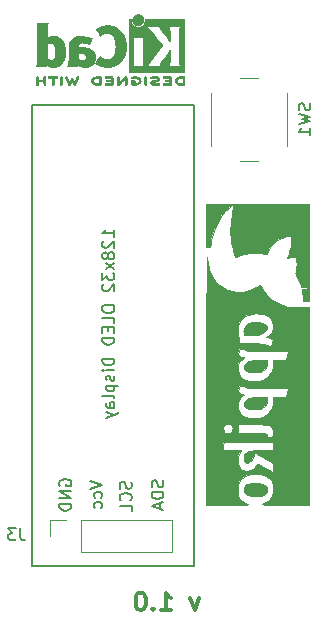
<source format=gbr>
G04 #@! TF.GenerationSoftware,KiCad,Pcbnew,(5.0.2)-1*
G04 #@! TF.CreationDate,2019-06-25T09:53:37+05:30*
G04 #@! TF.ProjectId,CapacityOfBattery,43617061-6369-4747-994f-664261747465,rev?*
G04 #@! TF.SameCoordinates,Original*
G04 #@! TF.FileFunction,Legend,Bot*
G04 #@! TF.FilePolarity,Positive*
%FSLAX46Y46*%
G04 Gerber Fmt 4.6, Leading zero omitted, Abs format (unit mm)*
G04 Created by KiCad (PCBNEW (5.0.2)-1) date 06/25/19 09:53:37*
%MOMM*%
%LPD*%
G01*
G04 APERTURE LIST*
%ADD10C,0.300000*%
%ADD11C,0.010000*%
%ADD12C,0.120000*%
%ADD13C,0.150000*%
G04 APERTURE END LIST*
D10*
X31614285Y-67078571D02*
X31257142Y-68078571D01*
X30900000Y-67078571D01*
X28400000Y-68078571D02*
X29257142Y-68078571D01*
X28828571Y-68078571D02*
X28828571Y-66578571D01*
X28971428Y-66792857D01*
X29114285Y-66935714D01*
X29257142Y-67007142D01*
X27757142Y-67935714D02*
X27685714Y-68007142D01*
X27757142Y-68078571D01*
X27828571Y-68007142D01*
X27757142Y-67935714D01*
X27757142Y-68078571D01*
X26757142Y-66578571D02*
X26614285Y-66578571D01*
X26471428Y-66650000D01*
X26400000Y-66721428D01*
X26328571Y-66864285D01*
X26257142Y-67150000D01*
X26257142Y-67507142D01*
X26328571Y-67792857D01*
X26400000Y-67935714D01*
X26471428Y-68007142D01*
X26614285Y-68078571D01*
X26757142Y-68078571D01*
X26900000Y-68007142D01*
X26971428Y-67935714D01*
X27042857Y-67792857D01*
X27114285Y-67507142D01*
X27114285Y-67150000D01*
X27042857Y-66864285D01*
X26971428Y-66721428D01*
X26900000Y-66650000D01*
X26757142Y-66578571D01*
D11*
G04 #@! TO.C,G\002A\002A\002A*
G36*
X35392584Y-44475508D02*
X35414276Y-44579916D01*
X35435435Y-44680274D01*
X35461302Y-44802049D01*
X36041234Y-44780240D01*
X36357366Y-44762634D01*
X36605346Y-44733797D01*
X36801391Y-44689578D01*
X36961720Y-44625829D01*
X37102550Y-44538401D01*
X37158984Y-44494284D01*
X37302285Y-44335677D01*
X37370819Y-44162715D01*
X37371432Y-44040760D01*
X37310615Y-43919726D01*
X37175689Y-43821046D01*
X36975015Y-43747902D01*
X36716952Y-43703478D01*
X36451833Y-43690666D01*
X36105499Y-43713047D01*
X35829683Y-43780695D01*
X35622878Y-43894373D01*
X35483576Y-44054840D01*
X35421335Y-44210890D01*
X35396508Y-44342680D01*
X35389920Y-44451816D01*
X35392584Y-44475508D01*
X35392584Y-44475508D01*
G37*
X35392584Y-44475508D02*
X35414276Y-44579916D01*
X35435435Y-44680274D01*
X35461302Y-44802049D01*
X36041234Y-44780240D01*
X36357366Y-44762634D01*
X36605346Y-44733797D01*
X36801391Y-44689578D01*
X36961720Y-44625829D01*
X37102550Y-44538401D01*
X37158984Y-44494284D01*
X37302285Y-44335677D01*
X37370819Y-44162715D01*
X37371432Y-44040760D01*
X37310615Y-43919726D01*
X37175689Y-43821046D01*
X36975015Y-43747902D01*
X36716952Y-43703478D01*
X36451833Y-43690666D01*
X36105499Y-43713047D01*
X35829683Y-43780695D01*
X35622878Y-43894373D01*
X35483576Y-44054840D01*
X35421335Y-44210890D01*
X35396508Y-44342680D01*
X35389920Y-44451816D01*
X35392584Y-44475508D01*
G36*
X35445463Y-50809277D02*
X35567090Y-50934078D01*
X35595791Y-50952556D01*
X35673270Y-50989685D01*
X35772668Y-51015725D01*
X35911546Y-51033284D01*
X36107466Y-51044972D01*
X36251940Y-51050022D01*
X36474308Y-51055417D01*
X36632729Y-51054382D01*
X36747833Y-51044331D01*
X36840253Y-51022678D01*
X36930619Y-50986838D01*
X36993105Y-50957120D01*
X37193646Y-50821585D01*
X37321294Y-50645380D01*
X37377417Y-50425598D01*
X37364757Y-50167666D01*
X37340833Y-50019500D01*
X36832833Y-50006050D01*
X36501830Y-50005151D01*
X36236635Y-50024100D01*
X36020060Y-50066009D01*
X35834915Y-50133989D01*
X35692834Y-50212420D01*
X35524037Y-50352433D01*
X35425500Y-50506530D01*
X35398788Y-50662787D01*
X35445463Y-50809277D01*
X35445463Y-50809277D01*
G37*
X35445463Y-50809277D02*
X35567090Y-50934078D01*
X35595791Y-50952556D01*
X35673270Y-50989685D01*
X35772668Y-51015725D01*
X35911546Y-51033284D01*
X36107466Y-51044972D01*
X36251940Y-51050022D01*
X36474308Y-51055417D01*
X36632729Y-51054382D01*
X36747833Y-51044331D01*
X36840253Y-51022678D01*
X36930619Y-50986838D01*
X36993105Y-50957120D01*
X37193646Y-50821585D01*
X37321294Y-50645380D01*
X37377417Y-50425598D01*
X37364757Y-50167666D01*
X37340833Y-50019500D01*
X36832833Y-50006050D01*
X36501830Y-50005151D01*
X36236635Y-50024100D01*
X36020060Y-50066009D01*
X35834915Y-50133989D01*
X35692834Y-50212420D01*
X35524037Y-50352433D01*
X35425500Y-50506530D01*
X35398788Y-50662787D01*
X35445463Y-50809277D01*
G36*
X35445463Y-47676611D02*
X35567090Y-47801412D01*
X35595791Y-47819889D01*
X35673270Y-47857019D01*
X35772668Y-47883058D01*
X35911546Y-47900618D01*
X36107466Y-47912305D01*
X36251940Y-47917355D01*
X36474308Y-47922750D01*
X36632729Y-47921715D01*
X36747833Y-47911664D01*
X36840253Y-47890012D01*
X36930619Y-47854171D01*
X36993105Y-47824454D01*
X37193646Y-47688918D01*
X37321294Y-47512714D01*
X37377417Y-47292931D01*
X37364757Y-47035000D01*
X37340833Y-46886833D01*
X36832833Y-46873384D01*
X36501830Y-46872485D01*
X36236635Y-46891434D01*
X36020060Y-46933342D01*
X35834915Y-47001322D01*
X35692834Y-47079753D01*
X35524037Y-47219767D01*
X35425500Y-47373864D01*
X35398788Y-47530120D01*
X35445463Y-47676611D01*
X35445463Y-47676611D01*
G37*
X35445463Y-47676611D02*
X35567090Y-47801412D01*
X35595791Y-47819889D01*
X35673270Y-47857019D01*
X35772668Y-47883058D01*
X35911546Y-47900618D01*
X36107466Y-47912305D01*
X36251940Y-47917355D01*
X36474308Y-47922750D01*
X36632729Y-47921715D01*
X36747833Y-47911664D01*
X36840253Y-47890012D01*
X36930619Y-47854171D01*
X36993105Y-47824454D01*
X37193646Y-47688918D01*
X37321294Y-47512714D01*
X37377417Y-47292931D01*
X37364757Y-47035000D01*
X37340833Y-46886833D01*
X36832833Y-46873384D01*
X36501830Y-46872485D01*
X36236635Y-46891434D01*
X36020060Y-46933342D01*
X35834915Y-47001322D01*
X35692834Y-47079753D01*
X35524037Y-47219767D01*
X35425500Y-47373864D01*
X35398788Y-47530120D01*
X35445463Y-47676611D01*
G36*
X32408193Y-37298333D02*
X32483701Y-37297811D01*
X32536413Y-37287219D01*
X32572927Y-37253011D01*
X32599838Y-37181646D01*
X32623743Y-37059581D01*
X32651238Y-36873272D01*
X32665930Y-36769166D01*
X32778350Y-36246250D01*
X32963371Y-35720263D01*
X33211842Y-35207304D01*
X33514609Y-34723471D01*
X33862520Y-34284863D01*
X34246420Y-33907580D01*
X34334229Y-33834863D01*
X34502624Y-33700000D01*
X32239667Y-33700000D01*
X32239667Y-37298333D01*
X32408193Y-37298333D01*
X32408193Y-37298333D01*
G37*
X32408193Y-37298333D02*
X32483701Y-37297811D01*
X32536413Y-37287219D01*
X32572927Y-37253011D01*
X32599838Y-37181646D01*
X32623743Y-37059581D01*
X32651238Y-36873272D01*
X32665930Y-36769166D01*
X32778350Y-36246250D01*
X32963371Y-35720263D01*
X33211842Y-35207304D01*
X33514609Y-34723471D01*
X33862520Y-34284863D01*
X34246420Y-33907580D01*
X34334229Y-33834863D01*
X34502624Y-33700000D01*
X32239667Y-33700000D01*
X32239667Y-37298333D01*
X32408193Y-37298333D01*
G36*
X35434651Y-58015835D02*
X35540504Y-58174800D01*
X35616530Y-58237789D01*
X35799179Y-58322276D01*
X36038136Y-58378470D01*
X36309584Y-58405433D01*
X36589704Y-58402228D01*
X36854678Y-58367917D01*
X37080689Y-58301561D01*
X37093796Y-58295971D01*
X37262540Y-58183151D01*
X37359754Y-58028292D01*
X37381053Y-57840724D01*
X37359762Y-57730201D01*
X37284907Y-57572261D01*
X37159568Y-57453557D01*
X36976713Y-57371190D01*
X36729307Y-57322261D01*
X36410319Y-57303872D01*
X36324833Y-57303665D01*
X36022879Y-57316773D01*
X35792513Y-57354629D01*
X35623232Y-57421259D01*
X35504534Y-57520692D01*
X35430091Y-57646713D01*
X35395341Y-57831861D01*
X35434651Y-58015835D01*
X35434651Y-58015835D01*
G37*
X35434651Y-58015835D02*
X35540504Y-58174800D01*
X35616530Y-58237789D01*
X35799179Y-58322276D01*
X36038136Y-58378470D01*
X36309584Y-58405433D01*
X36589704Y-58402228D01*
X36854678Y-58367917D01*
X37080689Y-58301561D01*
X37093796Y-58295971D01*
X37262540Y-58183151D01*
X37359754Y-58028292D01*
X37381053Y-57840724D01*
X37359762Y-57730201D01*
X37284907Y-57572261D01*
X37159568Y-57453557D01*
X36976713Y-57371190D01*
X36729307Y-57322261D01*
X36410319Y-57303872D01*
X36324833Y-57303665D01*
X36022879Y-57316773D01*
X35792513Y-57354629D01*
X35623232Y-57421259D01*
X35504534Y-57520692D01*
X35430091Y-57646713D01*
X35395341Y-57831861D01*
X35434651Y-58015835D01*
G36*
X34070583Y-59139384D02*
X34510665Y-59138513D01*
X34872513Y-59137273D01*
X35162558Y-59135396D01*
X35387232Y-59132617D01*
X35552968Y-59128668D01*
X35666197Y-59123283D01*
X35733351Y-59116196D01*
X35760862Y-59107139D01*
X35755162Y-59095846D01*
X35722684Y-59082051D01*
X35692055Y-59072165D01*
X35406367Y-58950771D01*
X35185638Y-58779405D01*
X35022517Y-58552139D01*
X35005110Y-58518080D01*
X34947197Y-58390504D01*
X34911697Y-58277455D01*
X34893439Y-58150635D01*
X34887248Y-57981745D01*
X34887062Y-57872333D01*
X34890869Y-57670505D01*
X34903737Y-57526268D01*
X34930635Y-57412641D01*
X34976526Y-57302648D01*
X35000760Y-57254689D01*
X35179773Y-56999517D01*
X35419859Y-56796580D01*
X35713097Y-56649038D01*
X36051569Y-56560048D01*
X36427353Y-56532773D01*
X36748676Y-56557391D01*
X37104406Y-56634115D01*
X37390724Y-56757522D01*
X37610874Y-56930834D01*
X37768105Y-57157273D01*
X37865664Y-57440061D01*
X37902449Y-57702189D01*
X37890718Y-58052698D01*
X37804959Y-58364388D01*
X37648380Y-58632518D01*
X37424194Y-58852344D01*
X37135611Y-59019125D01*
X36968891Y-59080918D01*
X36937400Y-59093681D01*
X36935386Y-59104420D01*
X36968736Y-59113318D01*
X37043337Y-59120554D01*
X37165073Y-59126310D01*
X37339831Y-59130766D01*
X37573497Y-59134104D01*
X37871958Y-59136503D01*
X38241099Y-59138146D01*
X38686807Y-59139212D01*
X38875417Y-59139501D01*
X40960333Y-59142333D01*
X40960333Y-42420453D01*
X40124250Y-42428275D01*
X39780392Y-42429051D01*
X39503473Y-42422331D01*
X39275896Y-42405301D01*
X39080063Y-42375144D01*
X38898376Y-42329047D01*
X38713237Y-42264192D01*
X38507048Y-42177765D01*
X38478025Y-42164908D01*
X38105418Y-41962784D01*
X37746444Y-41699911D01*
X37419572Y-41393283D01*
X37143276Y-41059894D01*
X36963937Y-40771890D01*
X36869031Y-40606483D01*
X36798146Y-40516427D01*
X36756016Y-40502079D01*
X36695313Y-40542418D01*
X36592419Y-40613964D01*
X36510694Y-40671922D01*
X36413589Y-40728609D01*
X36413589Y-42939861D01*
X36741032Y-42954070D01*
X37051551Y-43014429D01*
X37330092Y-43117989D01*
X37561602Y-43261805D01*
X37731027Y-43442929D01*
X37733364Y-43446437D01*
X37794768Y-43552480D01*
X37832361Y-43661063D01*
X37853332Y-43800933D01*
X37863501Y-43966943D01*
X37855134Y-44252887D01*
X37798713Y-44477761D01*
X37688025Y-44654100D01*
X37516859Y-44794438D01*
X37428920Y-44843887D01*
X37305340Y-44907039D01*
X37471253Y-44960258D01*
X37620272Y-45023580D01*
X37761910Y-45106857D01*
X37773622Y-45115366D01*
X37910077Y-45217254D01*
X37822064Y-45438210D01*
X37770073Y-45568635D01*
X37729868Y-45669319D01*
X37715072Y-45706238D01*
X37664992Y-45720686D01*
X37544405Y-45689590D01*
X37450139Y-45653965D01*
X37275510Y-45592543D01*
X37084803Y-45545419D01*
X36864742Y-45511080D01*
X36602051Y-45488014D01*
X36283455Y-45474707D01*
X35895677Y-45469645D01*
X35831815Y-45469505D01*
X35129680Y-45468759D01*
X35129680Y-45856940D01*
X35286727Y-45938797D01*
X35392464Y-45988980D01*
X35505349Y-46030474D01*
X35634267Y-46064075D01*
X35788104Y-46090581D01*
X35975745Y-46110789D01*
X36206076Y-46125496D01*
X36487981Y-46135501D01*
X36830345Y-46141599D01*
X37242055Y-46144589D01*
X37587613Y-46145264D01*
X39146727Y-46146000D01*
X39124284Y-46262416D01*
X39103552Y-46369515D01*
X39074418Y-46519503D01*
X39054419Y-46622250D01*
X39006997Y-46865666D01*
X37879603Y-46865666D01*
X37861926Y-47299583D01*
X37848443Y-47526293D01*
X37826837Y-47691323D01*
X37792964Y-47817565D01*
X37751004Y-47912292D01*
X37569161Y-48172434D01*
X37326065Y-48384201D01*
X37032763Y-48543281D01*
X36700302Y-48645358D01*
X36339727Y-48686119D01*
X35962086Y-48661250D01*
X35873201Y-48645641D01*
X35542781Y-48554891D01*
X35285557Y-48424771D01*
X35129680Y-48280647D01*
X35129680Y-48989606D01*
X35286727Y-49071464D01*
X35392464Y-49121647D01*
X35505349Y-49163141D01*
X35634267Y-49196742D01*
X35788104Y-49223247D01*
X35975745Y-49243455D01*
X36206076Y-49258163D01*
X36487981Y-49268167D01*
X36830345Y-49274265D01*
X37242055Y-49277255D01*
X37587613Y-49277931D01*
X39146727Y-49278666D01*
X39124284Y-49395083D01*
X39103552Y-49502182D01*
X39074418Y-49652170D01*
X39054419Y-49754916D01*
X39006997Y-49998333D01*
X37879603Y-49998333D01*
X37861926Y-50432250D01*
X37848443Y-50658960D01*
X37826837Y-50823990D01*
X37792964Y-50950232D01*
X37751004Y-51044959D01*
X37569161Y-51305100D01*
X37326065Y-51516868D01*
X37032763Y-51675948D01*
X36700302Y-51778025D01*
X36339727Y-51818786D01*
X35962086Y-51793916D01*
X35873201Y-51778307D01*
X35541748Y-51686820D01*
X35283392Y-51555221D01*
X35094865Y-51379962D01*
X34972899Y-51157497D01*
X34949000Y-51046204D01*
X34949000Y-52321963D01*
X36187250Y-52334898D01*
X36572851Y-52339521D01*
X36883328Y-52345676D01*
X37128224Y-52355154D01*
X37317081Y-52369747D01*
X37459441Y-52391246D01*
X37564847Y-52421442D01*
X37642841Y-52462125D01*
X37702965Y-52515088D01*
X37754762Y-52582121D01*
X37789459Y-52635638D01*
X37838007Y-52733977D01*
X37860631Y-52847747D01*
X37862444Y-53007277D01*
X37860330Y-53056139D01*
X37847162Y-53207148D01*
X37826482Y-53325352D01*
X37803694Y-53383572D01*
X37732423Y-53405041D01*
X37604067Y-53398813D01*
X37572201Y-53393917D01*
X37451114Y-53365690D01*
X37391000Y-53324594D01*
X37368527Y-53256984D01*
X37358664Y-53196313D01*
X37341786Y-53148578D01*
X37308614Y-53112226D01*
X37249868Y-53085708D01*
X37156267Y-53067473D01*
X37018531Y-53055969D01*
X36827381Y-53049647D01*
X36573537Y-53046955D01*
X36247717Y-53046343D01*
X36107983Y-53046333D01*
X34949000Y-53046333D01*
X34949000Y-52321963D01*
X34949000Y-51046204D01*
X34914228Y-50884277D01*
X34907596Y-50729943D01*
X34930990Y-50453450D01*
X35003391Y-50236588D01*
X35131149Y-50065850D01*
X35270661Y-49957684D01*
X35379962Y-49884222D01*
X35423864Y-49840101D01*
X35411206Y-49813956D01*
X35389385Y-49805018D01*
X35203070Y-49737922D01*
X35072294Y-49673878D01*
X35001646Y-49626066D01*
X34906126Y-49553061D01*
X35017903Y-49271334D01*
X35129680Y-48989606D01*
X35129680Y-48280647D01*
X35097723Y-48251099D01*
X34975468Y-48029696D01*
X34914984Y-47756383D01*
X34906667Y-47585006D01*
X34930423Y-47305210D01*
X35006054Y-47084906D01*
X35140100Y-46912074D01*
X35339103Y-46774699D01*
X35351167Y-46768396D01*
X35431469Y-46722761D01*
X35442108Y-46696456D01*
X35393500Y-46674462D01*
X35215825Y-46610355D01*
X35093269Y-46553418D01*
X35001646Y-46493399D01*
X34906126Y-46420394D01*
X35129680Y-45856940D01*
X35129680Y-45468759D01*
X35042463Y-45468666D01*
X34974478Y-45098250D01*
X34927010Y-44758746D01*
X34908860Y-44431121D01*
X34919976Y-44135912D01*
X34960308Y-43893652D01*
X34977613Y-43835791D01*
X35083923Y-43627687D01*
X35251088Y-43421434D01*
X35457521Y-43238171D01*
X35681635Y-43099035D01*
X35768144Y-43061680D01*
X36084275Y-42974748D01*
X36413589Y-42939861D01*
X36413589Y-40728609D01*
X36128716Y-40894910D01*
X35718468Y-41043909D01*
X35290607Y-41120113D01*
X34855792Y-41124719D01*
X34424681Y-41058924D01*
X34071378Y-40944475D01*
X34071378Y-52286132D01*
X34220704Y-52297481D01*
X34317073Y-52338596D01*
X34431876Y-52477054D01*
X34479024Y-52650158D01*
X34454737Y-52836981D01*
X34421399Y-52916305D01*
X34356866Y-53009354D01*
X34290937Y-53062369D01*
X34175310Y-53084583D01*
X34029532Y-53085282D01*
X33891247Y-53066861D01*
X33798100Y-53031715D01*
X33797081Y-53030953D01*
X33735968Y-52954671D01*
X33735968Y-53850666D01*
X37870000Y-53850666D01*
X37870000Y-54528000D01*
X36928083Y-54528929D01*
X36576256Y-54531050D01*
X36297882Y-54538121D01*
X36081793Y-54552364D01*
X35916819Y-54576003D01*
X35791790Y-54611260D01*
X35695538Y-54660358D01*
X35616893Y-54725520D01*
X35549066Y-54803374D01*
X35447521Y-54975316D01*
X35402296Y-55147796D01*
X35408008Y-55307324D01*
X35459272Y-55440409D01*
X35550707Y-55533561D01*
X35676927Y-55573290D01*
X35832549Y-55546103D01*
X35843682Y-55541646D01*
X35959125Y-55459823D01*
X36078862Y-55319157D01*
X36186423Y-55142886D01*
X36265342Y-54954250D01*
X36269499Y-54940750D01*
X36310385Y-54839898D01*
X36353176Y-54785629D01*
X36363284Y-54782591D01*
X36412661Y-54803161D01*
X36523051Y-54860137D01*
X36682493Y-54946989D01*
X36879026Y-55057187D01*
X37100691Y-55184204D01*
X37129167Y-55200704D01*
X37848833Y-55618224D01*
X37861005Y-56004445D01*
X37862462Y-56176669D01*
X37855892Y-56308253D01*
X37842527Y-56381464D01*
X37834163Y-56390666D01*
X37787083Y-56369098D01*
X37681249Y-56309357D01*
X37529233Y-56218893D01*
X37343606Y-56105155D01*
X37186991Y-56007229D01*
X36962412Y-55866856D01*
X36798260Y-55768055D01*
X36684227Y-55705869D01*
X36610003Y-55675339D01*
X36565282Y-55671508D01*
X36539753Y-55689419D01*
X36536500Y-55694404D01*
X36360903Y-55947125D01*
X36178691Y-56122961D01*
X35978476Y-56229559D01*
X35748873Y-56274564D01*
X35668667Y-56277207D01*
X35492968Y-56262602D01*
X35340036Y-56224342D01*
X35300438Y-56207048D01*
X35114700Y-56065909D01*
X34982599Y-55871827D01*
X34905477Y-55638445D01*
X34884674Y-55379402D01*
X34921528Y-55108339D01*
X35017381Y-54838898D01*
X35144866Y-54623250D01*
X35213327Y-54528000D01*
X34424997Y-54528000D01*
X34141673Y-54528849D01*
X33932832Y-54527676D01*
X33788360Y-54518898D01*
X33698149Y-54496933D01*
X33652088Y-54456197D01*
X33640065Y-54391108D01*
X33651972Y-54296083D01*
X33677696Y-54165540D01*
X33686317Y-54120130D01*
X33735968Y-53850666D01*
X33735968Y-52954671D01*
X33697976Y-52907248D01*
X33654156Y-52747383D01*
X33665835Y-52579505D01*
X33733223Y-52431760D01*
X33792116Y-52370834D01*
X33916289Y-52311334D01*
X34071378Y-52286132D01*
X34071378Y-40944475D01*
X34007932Y-40923922D01*
X33616203Y-40720911D01*
X33260153Y-40451086D01*
X33096309Y-40288752D01*
X32901697Y-40045491D01*
X32726689Y-39766635D01*
X32585666Y-39478889D01*
X32493005Y-39208954D01*
X32477616Y-39139833D01*
X32452123Y-39025975D01*
X32413351Y-38873493D01*
X32387802Y-38780000D01*
X32351575Y-38622054D01*
X32316475Y-38419910D01*
X32289377Y-38213844D01*
X32286648Y-38187333D01*
X32283344Y-38195471D01*
X32280095Y-38285203D01*
X32276911Y-38453456D01*
X32273806Y-38697157D01*
X32270792Y-39013232D01*
X32267881Y-39398609D01*
X32265086Y-39850215D01*
X32262419Y-40364977D01*
X32259891Y-40939821D01*
X32257517Y-41571676D01*
X32255307Y-42257467D01*
X32253274Y-42994123D01*
X32251431Y-43778569D01*
X32249789Y-44607734D01*
X32248361Y-45478543D01*
X32247160Y-46387925D01*
X32246198Y-47332806D01*
X32245486Y-48310112D01*
X32245388Y-48484916D01*
X32239667Y-59142333D01*
X34070583Y-59139384D01*
X34070583Y-59139384D01*
G37*
X34070583Y-59139384D02*
X34510665Y-59138513D01*
X34872513Y-59137273D01*
X35162558Y-59135396D01*
X35387232Y-59132617D01*
X35552968Y-59128668D01*
X35666197Y-59123283D01*
X35733351Y-59116196D01*
X35760862Y-59107139D01*
X35755162Y-59095846D01*
X35722684Y-59082051D01*
X35692055Y-59072165D01*
X35406367Y-58950771D01*
X35185638Y-58779405D01*
X35022517Y-58552139D01*
X35005110Y-58518080D01*
X34947197Y-58390504D01*
X34911697Y-58277455D01*
X34893439Y-58150635D01*
X34887248Y-57981745D01*
X34887062Y-57872333D01*
X34890869Y-57670505D01*
X34903737Y-57526268D01*
X34930635Y-57412641D01*
X34976526Y-57302648D01*
X35000760Y-57254689D01*
X35179773Y-56999517D01*
X35419859Y-56796580D01*
X35713097Y-56649038D01*
X36051569Y-56560048D01*
X36427353Y-56532773D01*
X36748676Y-56557391D01*
X37104406Y-56634115D01*
X37390724Y-56757522D01*
X37610874Y-56930834D01*
X37768105Y-57157273D01*
X37865664Y-57440061D01*
X37902449Y-57702189D01*
X37890718Y-58052698D01*
X37804959Y-58364388D01*
X37648380Y-58632518D01*
X37424194Y-58852344D01*
X37135611Y-59019125D01*
X36968891Y-59080918D01*
X36937400Y-59093681D01*
X36935386Y-59104420D01*
X36968736Y-59113318D01*
X37043337Y-59120554D01*
X37165073Y-59126310D01*
X37339831Y-59130766D01*
X37573497Y-59134104D01*
X37871958Y-59136503D01*
X38241099Y-59138146D01*
X38686807Y-59139212D01*
X38875417Y-59139501D01*
X40960333Y-59142333D01*
X40960333Y-42420453D01*
X40124250Y-42428275D01*
X39780392Y-42429051D01*
X39503473Y-42422331D01*
X39275896Y-42405301D01*
X39080063Y-42375144D01*
X38898376Y-42329047D01*
X38713237Y-42264192D01*
X38507048Y-42177765D01*
X38478025Y-42164908D01*
X38105418Y-41962784D01*
X37746444Y-41699911D01*
X37419572Y-41393283D01*
X37143276Y-41059894D01*
X36963937Y-40771890D01*
X36869031Y-40606483D01*
X36798146Y-40516427D01*
X36756016Y-40502079D01*
X36695313Y-40542418D01*
X36592419Y-40613964D01*
X36510694Y-40671922D01*
X36413589Y-40728609D01*
X36413589Y-42939861D01*
X36741032Y-42954070D01*
X37051551Y-43014429D01*
X37330092Y-43117989D01*
X37561602Y-43261805D01*
X37731027Y-43442929D01*
X37733364Y-43446437D01*
X37794768Y-43552480D01*
X37832361Y-43661063D01*
X37853332Y-43800933D01*
X37863501Y-43966943D01*
X37855134Y-44252887D01*
X37798713Y-44477761D01*
X37688025Y-44654100D01*
X37516859Y-44794438D01*
X37428920Y-44843887D01*
X37305340Y-44907039D01*
X37471253Y-44960258D01*
X37620272Y-45023580D01*
X37761910Y-45106857D01*
X37773622Y-45115366D01*
X37910077Y-45217254D01*
X37822064Y-45438210D01*
X37770073Y-45568635D01*
X37729868Y-45669319D01*
X37715072Y-45706238D01*
X37664992Y-45720686D01*
X37544405Y-45689590D01*
X37450139Y-45653965D01*
X37275510Y-45592543D01*
X37084803Y-45545419D01*
X36864742Y-45511080D01*
X36602051Y-45488014D01*
X36283455Y-45474707D01*
X35895677Y-45469645D01*
X35831815Y-45469505D01*
X35129680Y-45468759D01*
X35129680Y-45856940D01*
X35286727Y-45938797D01*
X35392464Y-45988980D01*
X35505349Y-46030474D01*
X35634267Y-46064075D01*
X35788104Y-46090581D01*
X35975745Y-46110789D01*
X36206076Y-46125496D01*
X36487981Y-46135501D01*
X36830345Y-46141599D01*
X37242055Y-46144589D01*
X37587613Y-46145264D01*
X39146727Y-46146000D01*
X39124284Y-46262416D01*
X39103552Y-46369515D01*
X39074418Y-46519503D01*
X39054419Y-46622250D01*
X39006997Y-46865666D01*
X37879603Y-46865666D01*
X37861926Y-47299583D01*
X37848443Y-47526293D01*
X37826837Y-47691323D01*
X37792964Y-47817565D01*
X37751004Y-47912292D01*
X37569161Y-48172434D01*
X37326065Y-48384201D01*
X37032763Y-48543281D01*
X36700302Y-48645358D01*
X36339727Y-48686119D01*
X35962086Y-48661250D01*
X35873201Y-48645641D01*
X35542781Y-48554891D01*
X35285557Y-48424771D01*
X35129680Y-48280647D01*
X35129680Y-48989606D01*
X35286727Y-49071464D01*
X35392464Y-49121647D01*
X35505349Y-49163141D01*
X35634267Y-49196742D01*
X35788104Y-49223247D01*
X35975745Y-49243455D01*
X36206076Y-49258163D01*
X36487981Y-49268167D01*
X36830345Y-49274265D01*
X37242055Y-49277255D01*
X37587613Y-49277931D01*
X39146727Y-49278666D01*
X39124284Y-49395083D01*
X39103552Y-49502182D01*
X39074418Y-49652170D01*
X39054419Y-49754916D01*
X39006997Y-49998333D01*
X37879603Y-49998333D01*
X37861926Y-50432250D01*
X37848443Y-50658960D01*
X37826837Y-50823990D01*
X37792964Y-50950232D01*
X37751004Y-51044959D01*
X37569161Y-51305100D01*
X37326065Y-51516868D01*
X37032763Y-51675948D01*
X36700302Y-51778025D01*
X36339727Y-51818786D01*
X35962086Y-51793916D01*
X35873201Y-51778307D01*
X35541748Y-51686820D01*
X35283392Y-51555221D01*
X35094865Y-51379962D01*
X34972899Y-51157497D01*
X34949000Y-51046204D01*
X34949000Y-52321963D01*
X36187250Y-52334898D01*
X36572851Y-52339521D01*
X36883328Y-52345676D01*
X37128224Y-52355154D01*
X37317081Y-52369747D01*
X37459441Y-52391246D01*
X37564847Y-52421442D01*
X37642841Y-52462125D01*
X37702965Y-52515088D01*
X37754762Y-52582121D01*
X37789459Y-52635638D01*
X37838007Y-52733977D01*
X37860631Y-52847747D01*
X37862444Y-53007277D01*
X37860330Y-53056139D01*
X37847162Y-53207148D01*
X37826482Y-53325352D01*
X37803694Y-53383572D01*
X37732423Y-53405041D01*
X37604067Y-53398813D01*
X37572201Y-53393917D01*
X37451114Y-53365690D01*
X37391000Y-53324594D01*
X37368527Y-53256984D01*
X37358664Y-53196313D01*
X37341786Y-53148578D01*
X37308614Y-53112226D01*
X37249868Y-53085708D01*
X37156267Y-53067473D01*
X37018531Y-53055969D01*
X36827381Y-53049647D01*
X36573537Y-53046955D01*
X36247717Y-53046343D01*
X36107983Y-53046333D01*
X34949000Y-53046333D01*
X34949000Y-52321963D01*
X34949000Y-51046204D01*
X34914228Y-50884277D01*
X34907596Y-50729943D01*
X34930990Y-50453450D01*
X35003391Y-50236588D01*
X35131149Y-50065850D01*
X35270661Y-49957684D01*
X35379962Y-49884222D01*
X35423864Y-49840101D01*
X35411206Y-49813956D01*
X35389385Y-49805018D01*
X35203070Y-49737922D01*
X35072294Y-49673878D01*
X35001646Y-49626066D01*
X34906126Y-49553061D01*
X35017903Y-49271334D01*
X35129680Y-48989606D01*
X35129680Y-48280647D01*
X35097723Y-48251099D01*
X34975468Y-48029696D01*
X34914984Y-47756383D01*
X34906667Y-47585006D01*
X34930423Y-47305210D01*
X35006054Y-47084906D01*
X35140100Y-46912074D01*
X35339103Y-46774699D01*
X35351167Y-46768396D01*
X35431469Y-46722761D01*
X35442108Y-46696456D01*
X35393500Y-46674462D01*
X35215825Y-46610355D01*
X35093269Y-46553418D01*
X35001646Y-46493399D01*
X34906126Y-46420394D01*
X35129680Y-45856940D01*
X35129680Y-45468759D01*
X35042463Y-45468666D01*
X34974478Y-45098250D01*
X34927010Y-44758746D01*
X34908860Y-44431121D01*
X34919976Y-44135912D01*
X34960308Y-43893652D01*
X34977613Y-43835791D01*
X35083923Y-43627687D01*
X35251088Y-43421434D01*
X35457521Y-43238171D01*
X35681635Y-43099035D01*
X35768144Y-43061680D01*
X36084275Y-42974748D01*
X36413589Y-42939861D01*
X36413589Y-40728609D01*
X36128716Y-40894910D01*
X35718468Y-41043909D01*
X35290607Y-41120113D01*
X34855792Y-41124719D01*
X34424681Y-41058924D01*
X34071378Y-40944475D01*
X34071378Y-52286132D01*
X34220704Y-52297481D01*
X34317073Y-52338596D01*
X34431876Y-52477054D01*
X34479024Y-52650158D01*
X34454737Y-52836981D01*
X34421399Y-52916305D01*
X34356866Y-53009354D01*
X34290937Y-53062369D01*
X34175310Y-53084583D01*
X34029532Y-53085282D01*
X33891247Y-53066861D01*
X33798100Y-53031715D01*
X33797081Y-53030953D01*
X33735968Y-52954671D01*
X33735968Y-53850666D01*
X37870000Y-53850666D01*
X37870000Y-54528000D01*
X36928083Y-54528929D01*
X36576256Y-54531050D01*
X36297882Y-54538121D01*
X36081793Y-54552364D01*
X35916819Y-54576003D01*
X35791790Y-54611260D01*
X35695538Y-54660358D01*
X35616893Y-54725520D01*
X35549066Y-54803374D01*
X35447521Y-54975316D01*
X35402296Y-55147796D01*
X35408008Y-55307324D01*
X35459272Y-55440409D01*
X35550707Y-55533561D01*
X35676927Y-55573290D01*
X35832549Y-55546103D01*
X35843682Y-55541646D01*
X35959125Y-55459823D01*
X36078862Y-55319157D01*
X36186423Y-55142886D01*
X36265342Y-54954250D01*
X36269499Y-54940750D01*
X36310385Y-54839898D01*
X36353176Y-54785629D01*
X36363284Y-54782591D01*
X36412661Y-54803161D01*
X36523051Y-54860137D01*
X36682493Y-54946989D01*
X36879026Y-55057187D01*
X37100691Y-55184204D01*
X37129167Y-55200704D01*
X37848833Y-55618224D01*
X37861005Y-56004445D01*
X37862462Y-56176669D01*
X37855892Y-56308253D01*
X37842527Y-56381464D01*
X37834163Y-56390666D01*
X37787083Y-56369098D01*
X37681249Y-56309357D01*
X37529233Y-56218893D01*
X37343606Y-56105155D01*
X37186991Y-56007229D01*
X36962412Y-55866856D01*
X36798260Y-55768055D01*
X36684227Y-55705869D01*
X36610003Y-55675339D01*
X36565282Y-55671508D01*
X36539753Y-55689419D01*
X36536500Y-55694404D01*
X36360903Y-55947125D01*
X36178691Y-56122961D01*
X35978476Y-56229559D01*
X35748873Y-56274564D01*
X35668667Y-56277207D01*
X35492968Y-56262602D01*
X35340036Y-56224342D01*
X35300438Y-56207048D01*
X35114700Y-56065909D01*
X34982599Y-55871827D01*
X34905477Y-55638445D01*
X34884674Y-55379402D01*
X34921528Y-55108339D01*
X35017381Y-54838898D01*
X35144866Y-54623250D01*
X35213327Y-54528000D01*
X34424997Y-54528000D01*
X34141673Y-54528849D01*
X33932832Y-54527676D01*
X33788360Y-54518898D01*
X33698149Y-54496933D01*
X33652088Y-54456197D01*
X33640065Y-54391108D01*
X33651972Y-54296083D01*
X33677696Y-54165540D01*
X33686317Y-54120130D01*
X33735968Y-53850666D01*
X33735968Y-52954671D01*
X33697976Y-52907248D01*
X33654156Y-52747383D01*
X33665835Y-52579505D01*
X33733223Y-52431760D01*
X33792116Y-52370834D01*
X33916289Y-52311334D01*
X34071378Y-52286132D01*
X34071378Y-40944475D01*
X34007932Y-40923922D01*
X33616203Y-40720911D01*
X33260153Y-40451086D01*
X33096309Y-40288752D01*
X32901697Y-40045491D01*
X32726689Y-39766635D01*
X32585666Y-39478889D01*
X32493005Y-39208954D01*
X32477616Y-39139833D01*
X32452123Y-39025975D01*
X32413351Y-38873493D01*
X32387802Y-38780000D01*
X32351575Y-38622054D01*
X32316475Y-38419910D01*
X32289377Y-38213844D01*
X32286648Y-38187333D01*
X32283344Y-38195471D01*
X32280095Y-38285203D01*
X32276911Y-38453456D01*
X32273806Y-38697157D01*
X32270792Y-39013232D01*
X32267881Y-39398609D01*
X32265086Y-39850215D01*
X32262419Y-40364977D01*
X32259891Y-40939821D01*
X32257517Y-41571676D01*
X32255307Y-42257467D01*
X32253274Y-42994123D01*
X32251431Y-43778569D01*
X32249789Y-44607734D01*
X32248361Y-45478543D01*
X32247160Y-46387925D01*
X32246198Y-47332806D01*
X32245486Y-48310112D01*
X32245388Y-48484916D01*
X32239667Y-59142333D01*
X34070583Y-59139384D01*
G36*
X34314248Y-36622110D02*
X34337656Y-36783189D01*
X34373452Y-36986009D01*
X34417882Y-37213439D01*
X34467198Y-37448343D01*
X34517647Y-37673589D01*
X34565479Y-37872044D01*
X34606943Y-38026573D01*
X34638288Y-38120044D01*
X34645153Y-38133610D01*
X34684762Y-38157256D01*
X34765039Y-38146825D01*
X34903290Y-38100055D01*
X34904029Y-38099774D01*
X35452856Y-37935428D01*
X36026788Y-37847330D01*
X36610094Y-37837559D01*
X36788693Y-37850601D01*
X36976002Y-37869975D01*
X37141157Y-37890026D01*
X37259041Y-37907577D01*
X37291292Y-37914140D01*
X37368303Y-37919256D01*
X37408537Y-37868913D01*
X37422682Y-37820150D01*
X37482571Y-37663118D01*
X37587353Y-37471632D01*
X37720962Y-37269995D01*
X37867330Y-37082509D01*
X38006638Y-36936852D01*
X38181861Y-36800591D01*
X38391060Y-36672091D01*
X38616826Y-36558531D01*
X38841755Y-36467089D01*
X39048440Y-36404943D01*
X39219474Y-36379272D01*
X39326558Y-36392511D01*
X39372590Y-36451308D01*
X39406238Y-36576227D01*
X39425300Y-36749340D01*
X39427576Y-36952715D01*
X39416126Y-37122337D01*
X39385917Y-37311782D01*
X39334919Y-37530562D01*
X39270918Y-37752453D01*
X39201699Y-37951233D01*
X39135048Y-38100678D01*
X39116100Y-38132927D01*
X39070736Y-38209191D01*
X39055333Y-38245325D01*
X39092336Y-38245637D01*
X39188236Y-38227357D01*
X39292018Y-38202155D01*
X39454708Y-38169248D01*
X39611522Y-38152792D01*
X39683602Y-38153257D01*
X39838500Y-38166166D01*
X39869470Y-38420166D01*
X39884593Y-38745531D01*
X39859498Y-39101246D01*
X39811889Y-39380313D01*
X39794551Y-39471006D01*
X39791969Y-39548622D01*
X39809254Y-39632925D01*
X39851513Y-39743677D01*
X39923855Y-39900643D01*
X39972565Y-40001931D01*
X40177167Y-40425403D01*
X40462917Y-40428201D01*
X40621014Y-40433840D01*
X40710169Y-40449281D01*
X40745877Y-40478118D01*
X40748667Y-40494500D01*
X40729422Y-40531090D01*
X40661075Y-40550892D01*
X40527702Y-40557816D01*
X40490137Y-40558000D01*
X40347562Y-40561183D01*
X40273479Y-40573807D01*
X40251849Y-40600484D01*
X40257304Y-40624962D01*
X40279718Y-40692446D01*
X40283000Y-40709629D01*
X40321300Y-40719327D01*
X40420093Y-40725757D01*
X40515833Y-40727333D01*
X40650387Y-40731008D01*
X40720482Y-40746897D01*
X40746183Y-40782296D01*
X40748667Y-40812000D01*
X40737765Y-40862365D01*
X40691298Y-40887738D01*
X40588620Y-40896201D01*
X40532471Y-40896666D01*
X40406472Y-40900177D01*
X40347734Y-40915293D01*
X40338985Y-40948887D01*
X40346300Y-40970750D01*
X40363369Y-41042676D01*
X40385275Y-41177066D01*
X40408712Y-41352108D01*
X40423350Y-41478750D01*
X40470374Y-41912666D01*
X40960333Y-41912666D01*
X40960333Y-33700000D01*
X34571263Y-33700000D01*
X34528833Y-33858750D01*
X34379754Y-34547076D01*
X34293138Y-35252169D01*
X34270735Y-35951493D01*
X34314248Y-36622110D01*
X34314248Y-36622110D01*
G37*
X34314248Y-36622110D02*
X34337656Y-36783189D01*
X34373452Y-36986009D01*
X34417882Y-37213439D01*
X34467198Y-37448343D01*
X34517647Y-37673589D01*
X34565479Y-37872044D01*
X34606943Y-38026573D01*
X34638288Y-38120044D01*
X34645153Y-38133610D01*
X34684762Y-38157256D01*
X34765039Y-38146825D01*
X34903290Y-38100055D01*
X34904029Y-38099774D01*
X35452856Y-37935428D01*
X36026788Y-37847330D01*
X36610094Y-37837559D01*
X36788693Y-37850601D01*
X36976002Y-37869975D01*
X37141157Y-37890026D01*
X37259041Y-37907577D01*
X37291292Y-37914140D01*
X37368303Y-37919256D01*
X37408537Y-37868913D01*
X37422682Y-37820150D01*
X37482571Y-37663118D01*
X37587353Y-37471632D01*
X37720962Y-37269995D01*
X37867330Y-37082509D01*
X38006638Y-36936852D01*
X38181861Y-36800591D01*
X38391060Y-36672091D01*
X38616826Y-36558531D01*
X38841755Y-36467089D01*
X39048440Y-36404943D01*
X39219474Y-36379272D01*
X39326558Y-36392511D01*
X39372590Y-36451308D01*
X39406238Y-36576227D01*
X39425300Y-36749340D01*
X39427576Y-36952715D01*
X39416126Y-37122337D01*
X39385917Y-37311782D01*
X39334919Y-37530562D01*
X39270918Y-37752453D01*
X39201699Y-37951233D01*
X39135048Y-38100678D01*
X39116100Y-38132927D01*
X39070736Y-38209191D01*
X39055333Y-38245325D01*
X39092336Y-38245637D01*
X39188236Y-38227357D01*
X39292018Y-38202155D01*
X39454708Y-38169248D01*
X39611522Y-38152792D01*
X39683602Y-38153257D01*
X39838500Y-38166166D01*
X39869470Y-38420166D01*
X39884593Y-38745531D01*
X39859498Y-39101246D01*
X39811889Y-39380313D01*
X39794551Y-39471006D01*
X39791969Y-39548622D01*
X39809254Y-39632925D01*
X39851513Y-39743677D01*
X39923855Y-39900643D01*
X39972565Y-40001931D01*
X40177167Y-40425403D01*
X40462917Y-40428201D01*
X40621014Y-40433840D01*
X40710169Y-40449281D01*
X40745877Y-40478118D01*
X40748667Y-40494500D01*
X40729422Y-40531090D01*
X40661075Y-40550892D01*
X40527702Y-40557816D01*
X40490137Y-40558000D01*
X40347562Y-40561183D01*
X40273479Y-40573807D01*
X40251849Y-40600484D01*
X40257304Y-40624962D01*
X40279718Y-40692446D01*
X40283000Y-40709629D01*
X40321300Y-40719327D01*
X40420093Y-40725757D01*
X40515833Y-40727333D01*
X40650387Y-40731008D01*
X40720482Y-40746897D01*
X40746183Y-40782296D01*
X40748667Y-40812000D01*
X40737765Y-40862365D01*
X40691298Y-40887738D01*
X40588620Y-40896201D01*
X40532471Y-40896666D01*
X40406472Y-40900177D01*
X40347734Y-40915293D01*
X40338985Y-40948887D01*
X40346300Y-40970750D01*
X40363369Y-41042676D01*
X40385275Y-41177066D01*
X40408712Y-41352108D01*
X40423350Y-41478750D01*
X40470374Y-41912666D01*
X40960333Y-41912666D01*
X40960333Y-33700000D01*
X34571263Y-33700000D01*
X34528833Y-33858750D01*
X34379754Y-34547076D01*
X34293138Y-35252169D01*
X34270735Y-35951493D01*
X34314248Y-36622110D01*
D12*
G04 #@! TO.C,J3*
X19030000Y-60470000D02*
X19030000Y-61800000D01*
X20360000Y-60470000D02*
X19030000Y-60470000D01*
X21630000Y-60470000D02*
X21630000Y-63130000D01*
X21630000Y-63130000D02*
X29310000Y-63130000D01*
X21630000Y-60470000D02*
X29310000Y-60470000D01*
X29310000Y-60470000D02*
X29310000Y-63130000D01*
D13*
X17960000Y-64300000D02*
X30460000Y-64300000D01*
X17960000Y-25300000D02*
X30560000Y-25300000D01*
X17460000Y-64300000D02*
X17460000Y-25300000D01*
X17460000Y-25300000D02*
X18060000Y-25300000D01*
X17460000Y-64300000D02*
X18060000Y-64300000D01*
X30460000Y-64300000D02*
X31160000Y-64300000D01*
X31160000Y-64300000D02*
X31160000Y-25300000D01*
X31160000Y-25300000D02*
X30560000Y-25300000D01*
D12*
G04 #@! TO.C,SW1*
X35100000Y-23050000D02*
X36600000Y-23050000D01*
X39100000Y-24300000D02*
X39100000Y-28800000D01*
X36600000Y-30050000D02*
X35100000Y-30050000D01*
X32600000Y-28800000D02*
X32600000Y-24300000D01*
D11*
G04 #@! TO.C,*
G36*
X17871177Y-22874533D02*
X17839798Y-22896776D01*
X17812089Y-22924485D01*
X17812089Y-23233920D01*
X17812162Y-23325799D01*
X17812505Y-23397840D01*
X17813308Y-23452780D01*
X17814759Y-23493360D01*
X17817048Y-23522317D01*
X17820364Y-23542391D01*
X17824895Y-23556321D01*
X17830831Y-23566845D01*
X17835486Y-23573100D01*
X17866217Y-23597673D01*
X17901504Y-23600341D01*
X17933755Y-23585271D01*
X17944412Y-23576374D01*
X17951536Y-23564557D01*
X17955833Y-23545526D01*
X17958009Y-23514992D01*
X17958772Y-23468662D01*
X17958845Y-23432871D01*
X17958845Y-23298045D01*
X18455556Y-23298045D01*
X18455556Y-23420700D01*
X18456069Y-23476787D01*
X18458124Y-23515333D01*
X18462492Y-23541361D01*
X18469944Y-23559897D01*
X18478953Y-23573100D01*
X18509856Y-23597604D01*
X18544804Y-23600506D01*
X18578262Y-23583089D01*
X18587396Y-23573959D01*
X18593848Y-23561855D01*
X18598103Y-23543001D01*
X18600648Y-23513620D01*
X18601971Y-23469937D01*
X18602557Y-23408175D01*
X18602625Y-23394000D01*
X18603109Y-23277631D01*
X18603359Y-23181727D01*
X18603277Y-23104177D01*
X18602769Y-23042869D01*
X18601738Y-22995690D01*
X18600087Y-22960530D01*
X18597721Y-22935276D01*
X18594543Y-22917817D01*
X18590456Y-22906041D01*
X18585366Y-22897835D01*
X18579734Y-22891645D01*
X18547872Y-22871844D01*
X18514643Y-22874533D01*
X18483265Y-22896776D01*
X18470567Y-22911126D01*
X18462474Y-22926978D01*
X18457958Y-22949554D01*
X18455994Y-22984078D01*
X18455556Y-23035776D01*
X18455556Y-23151289D01*
X17958845Y-23151289D01*
X17958845Y-23032756D01*
X17958338Y-22978148D01*
X17956302Y-22941275D01*
X17951965Y-22917307D01*
X17944553Y-22901415D01*
X17936267Y-22891645D01*
X17904406Y-22871844D01*
X17871177Y-22874533D01*
X17871177Y-22874533D01*
G37*
X17871177Y-22874533D02*
X17839798Y-22896776D01*
X17812089Y-22924485D01*
X17812089Y-23233920D01*
X17812162Y-23325799D01*
X17812505Y-23397840D01*
X17813308Y-23452780D01*
X17814759Y-23493360D01*
X17817048Y-23522317D01*
X17820364Y-23542391D01*
X17824895Y-23556321D01*
X17830831Y-23566845D01*
X17835486Y-23573100D01*
X17866217Y-23597673D01*
X17901504Y-23600341D01*
X17933755Y-23585271D01*
X17944412Y-23576374D01*
X17951536Y-23564557D01*
X17955833Y-23545526D01*
X17958009Y-23514992D01*
X17958772Y-23468662D01*
X17958845Y-23432871D01*
X17958845Y-23298045D01*
X18455556Y-23298045D01*
X18455556Y-23420700D01*
X18456069Y-23476787D01*
X18458124Y-23515333D01*
X18462492Y-23541361D01*
X18469944Y-23559897D01*
X18478953Y-23573100D01*
X18509856Y-23597604D01*
X18544804Y-23600506D01*
X18578262Y-23583089D01*
X18587396Y-23573959D01*
X18593848Y-23561855D01*
X18598103Y-23543001D01*
X18600648Y-23513620D01*
X18601971Y-23469937D01*
X18602557Y-23408175D01*
X18602625Y-23394000D01*
X18603109Y-23277631D01*
X18603359Y-23181727D01*
X18603277Y-23104177D01*
X18602769Y-23042869D01*
X18601738Y-22995690D01*
X18600087Y-22960530D01*
X18597721Y-22935276D01*
X18594543Y-22917817D01*
X18590456Y-22906041D01*
X18585366Y-22897835D01*
X18579734Y-22891645D01*
X18547872Y-22871844D01*
X18514643Y-22874533D01*
X18483265Y-22896776D01*
X18470567Y-22911126D01*
X18462474Y-22926978D01*
X18457958Y-22949554D01*
X18455994Y-22984078D01*
X18455556Y-23035776D01*
X18455556Y-23151289D01*
X17958845Y-23151289D01*
X17958845Y-23032756D01*
X17958338Y-22978148D01*
X17956302Y-22941275D01*
X17951965Y-22917307D01*
X17944553Y-22901415D01*
X17936267Y-22891645D01*
X17904406Y-22871844D01*
X17871177Y-22874533D01*
G36*
X19136935Y-22869163D02*
X19058228Y-22869542D01*
X18997137Y-22870333D01*
X18951183Y-22871670D01*
X18917886Y-22873683D01*
X18894764Y-22876506D01*
X18879338Y-22880269D01*
X18869129Y-22885105D01*
X18864187Y-22888822D01*
X18838543Y-22921358D01*
X18835441Y-22955138D01*
X18851289Y-22985826D01*
X18861652Y-22998089D01*
X18872804Y-23006450D01*
X18888965Y-23011657D01*
X18914358Y-23014457D01*
X18953202Y-23015596D01*
X19009720Y-23015821D01*
X19020820Y-23015822D01*
X19166756Y-23015822D01*
X19166756Y-23286756D01*
X19166852Y-23372154D01*
X19167289Y-23437864D01*
X19168288Y-23486774D01*
X19170072Y-23521773D01*
X19172863Y-23545749D01*
X19176883Y-23561593D01*
X19182355Y-23572191D01*
X19189334Y-23580267D01*
X19222266Y-23600112D01*
X19256646Y-23598548D01*
X19287824Y-23575906D01*
X19290114Y-23573100D01*
X19297571Y-23562492D01*
X19303253Y-23550081D01*
X19307399Y-23532850D01*
X19310250Y-23507784D01*
X19312046Y-23471867D01*
X19313028Y-23422083D01*
X19313436Y-23355417D01*
X19313511Y-23279589D01*
X19313511Y-23015822D01*
X19452873Y-23015822D01*
X19512678Y-23015418D01*
X19554082Y-23013840D01*
X19581252Y-23010547D01*
X19598354Y-23004992D01*
X19609557Y-22996631D01*
X19610917Y-22995178D01*
X19627275Y-22961939D01*
X19625828Y-22924362D01*
X19607022Y-22891645D01*
X19599750Y-22885298D01*
X19590373Y-22880266D01*
X19576391Y-22876396D01*
X19555304Y-22873537D01*
X19524611Y-22871535D01*
X19481811Y-22870239D01*
X19424405Y-22869498D01*
X19349890Y-22869158D01*
X19255767Y-22869068D01*
X19235740Y-22869067D01*
X19136935Y-22869163D01*
X19136935Y-22869163D01*
G37*
X19136935Y-22869163D02*
X19058228Y-22869542D01*
X18997137Y-22870333D01*
X18951183Y-22871670D01*
X18917886Y-22873683D01*
X18894764Y-22876506D01*
X18879338Y-22880269D01*
X18869129Y-22885105D01*
X18864187Y-22888822D01*
X18838543Y-22921358D01*
X18835441Y-22955138D01*
X18851289Y-22985826D01*
X18861652Y-22998089D01*
X18872804Y-23006450D01*
X18888965Y-23011657D01*
X18914358Y-23014457D01*
X18953202Y-23015596D01*
X19009720Y-23015821D01*
X19020820Y-23015822D01*
X19166756Y-23015822D01*
X19166756Y-23286756D01*
X19166852Y-23372154D01*
X19167289Y-23437864D01*
X19168288Y-23486774D01*
X19170072Y-23521773D01*
X19172863Y-23545749D01*
X19176883Y-23561593D01*
X19182355Y-23572191D01*
X19189334Y-23580267D01*
X19222266Y-23600112D01*
X19256646Y-23598548D01*
X19287824Y-23575906D01*
X19290114Y-23573100D01*
X19297571Y-23562492D01*
X19303253Y-23550081D01*
X19307399Y-23532850D01*
X19310250Y-23507784D01*
X19312046Y-23471867D01*
X19313028Y-23422083D01*
X19313436Y-23355417D01*
X19313511Y-23279589D01*
X19313511Y-23015822D01*
X19452873Y-23015822D01*
X19512678Y-23015418D01*
X19554082Y-23013840D01*
X19581252Y-23010547D01*
X19598354Y-23004992D01*
X19609557Y-22996631D01*
X19610917Y-22995178D01*
X19627275Y-22961939D01*
X19625828Y-22924362D01*
X19607022Y-22891645D01*
X19599750Y-22885298D01*
X19590373Y-22880266D01*
X19576391Y-22876396D01*
X19555304Y-22873537D01*
X19524611Y-22871535D01*
X19481811Y-22870239D01*
X19424405Y-22869498D01*
X19349890Y-22869158D01*
X19255767Y-22869068D01*
X19235740Y-22869067D01*
X19136935Y-22869163D01*
G36*
X19911386Y-22875877D02*
X19887673Y-22890647D01*
X19861022Y-22912227D01*
X19861022Y-23233773D01*
X19861107Y-23327830D01*
X19861471Y-23401932D01*
X19862276Y-23458704D01*
X19863687Y-23500768D01*
X19865867Y-23530748D01*
X19868979Y-23551267D01*
X19873186Y-23564949D01*
X19878652Y-23574416D01*
X19882528Y-23579082D01*
X19913966Y-23599575D01*
X19949767Y-23598739D01*
X19981127Y-23581264D01*
X20007778Y-23559684D01*
X20007778Y-22912227D01*
X19981127Y-22890647D01*
X19955406Y-22874949D01*
X19934400Y-22869067D01*
X19911386Y-22875877D01*
X19911386Y-22875877D01*
G37*
X19911386Y-22875877D02*
X19887673Y-22890647D01*
X19861022Y-22912227D01*
X19861022Y-23233773D01*
X19861107Y-23327830D01*
X19861471Y-23401932D01*
X19862276Y-23458704D01*
X19863687Y-23500768D01*
X19865867Y-23530748D01*
X19868979Y-23551267D01*
X19873186Y-23564949D01*
X19878652Y-23574416D01*
X19882528Y-23579082D01*
X19913966Y-23599575D01*
X19949767Y-23598739D01*
X19981127Y-23581264D01*
X20007778Y-23559684D01*
X20007778Y-22912227D01*
X19981127Y-22890647D01*
X19955406Y-22874949D01*
X19934400Y-22869067D01*
X19911386Y-22875877D01*
G36*
X20355335Y-22871034D02*
X20335745Y-22878035D01*
X20334990Y-22878377D01*
X20308387Y-22898678D01*
X20293730Y-22919561D01*
X20290862Y-22929352D01*
X20291004Y-22942361D01*
X20295039Y-22960895D01*
X20303854Y-22987257D01*
X20318331Y-23023752D01*
X20339355Y-23072687D01*
X20367812Y-23136365D01*
X20404585Y-23217093D01*
X20424825Y-23261216D01*
X20461375Y-23339985D01*
X20495685Y-23412423D01*
X20526448Y-23475880D01*
X20552352Y-23527708D01*
X20572090Y-23565259D01*
X20584350Y-23585884D01*
X20586776Y-23588733D01*
X20617817Y-23601302D01*
X20652879Y-23599619D01*
X20681000Y-23584332D01*
X20682146Y-23583089D01*
X20693332Y-23566154D01*
X20712096Y-23533170D01*
X20736125Y-23488380D01*
X20763103Y-23436032D01*
X20772799Y-23416742D01*
X20845986Y-23270150D01*
X20925760Y-23429393D01*
X20954233Y-23484415D01*
X20980650Y-23532132D01*
X21002852Y-23568893D01*
X21018681Y-23591044D01*
X21024046Y-23595741D01*
X21065743Y-23602102D01*
X21100151Y-23588733D01*
X21110272Y-23574446D01*
X21127786Y-23542692D01*
X21151265Y-23496597D01*
X21179280Y-23439285D01*
X21210401Y-23373880D01*
X21243201Y-23303507D01*
X21276250Y-23231291D01*
X21308119Y-23160355D01*
X21337381Y-23093825D01*
X21362605Y-23034826D01*
X21382364Y-22986481D01*
X21395228Y-22951915D01*
X21399769Y-22934253D01*
X21399723Y-22933613D01*
X21388674Y-22911388D01*
X21366590Y-22888753D01*
X21365290Y-22887768D01*
X21338147Y-22872425D01*
X21313042Y-22872574D01*
X21303632Y-22875466D01*
X21292166Y-22881718D01*
X21279990Y-22894014D01*
X21265643Y-22914908D01*
X21247664Y-22946949D01*
X21224593Y-22992688D01*
X21194970Y-23054677D01*
X21168255Y-23111898D01*
X21137520Y-23178226D01*
X21109979Y-23237874D01*
X21087062Y-23287725D01*
X21070202Y-23324664D01*
X21060827Y-23345573D01*
X21059460Y-23348845D01*
X21053311Y-23343497D01*
X21039178Y-23321109D01*
X21018943Y-23284946D01*
X20994485Y-23238277D01*
X20984752Y-23219022D01*
X20951783Y-23154004D01*
X20926357Y-23106654D01*
X20906388Y-23074219D01*
X20889790Y-23053946D01*
X20874476Y-23043082D01*
X20858360Y-23038875D01*
X20847857Y-23038400D01*
X20829330Y-23040042D01*
X20813096Y-23046831D01*
X20796965Y-23061566D01*
X20778749Y-23087044D01*
X20756261Y-23126061D01*
X20727311Y-23181414D01*
X20711338Y-23212903D01*
X20685430Y-23263087D01*
X20662833Y-23304704D01*
X20645542Y-23334242D01*
X20635550Y-23348189D01*
X20634191Y-23348770D01*
X20627739Y-23337793D01*
X20613292Y-23309290D01*
X20592297Y-23266244D01*
X20566203Y-23211638D01*
X20536454Y-23148454D01*
X20521820Y-23117071D01*
X20483750Y-23036078D01*
X20453095Y-22973756D01*
X20428263Y-22928071D01*
X20407663Y-22896989D01*
X20389702Y-22878478D01*
X20372790Y-22870504D01*
X20355335Y-22871034D01*
X20355335Y-22871034D01*
G37*
X20355335Y-22871034D02*
X20335745Y-22878035D01*
X20334990Y-22878377D01*
X20308387Y-22898678D01*
X20293730Y-22919561D01*
X20290862Y-22929352D01*
X20291004Y-22942361D01*
X20295039Y-22960895D01*
X20303854Y-22987257D01*
X20318331Y-23023752D01*
X20339355Y-23072687D01*
X20367812Y-23136365D01*
X20404585Y-23217093D01*
X20424825Y-23261216D01*
X20461375Y-23339985D01*
X20495685Y-23412423D01*
X20526448Y-23475880D01*
X20552352Y-23527708D01*
X20572090Y-23565259D01*
X20584350Y-23585884D01*
X20586776Y-23588733D01*
X20617817Y-23601302D01*
X20652879Y-23599619D01*
X20681000Y-23584332D01*
X20682146Y-23583089D01*
X20693332Y-23566154D01*
X20712096Y-23533170D01*
X20736125Y-23488380D01*
X20763103Y-23436032D01*
X20772799Y-23416742D01*
X20845986Y-23270150D01*
X20925760Y-23429393D01*
X20954233Y-23484415D01*
X20980650Y-23532132D01*
X21002852Y-23568893D01*
X21018681Y-23591044D01*
X21024046Y-23595741D01*
X21065743Y-23602102D01*
X21100151Y-23588733D01*
X21110272Y-23574446D01*
X21127786Y-23542692D01*
X21151265Y-23496597D01*
X21179280Y-23439285D01*
X21210401Y-23373880D01*
X21243201Y-23303507D01*
X21276250Y-23231291D01*
X21308119Y-23160355D01*
X21337381Y-23093825D01*
X21362605Y-23034826D01*
X21382364Y-22986481D01*
X21395228Y-22951915D01*
X21399769Y-22934253D01*
X21399723Y-22933613D01*
X21388674Y-22911388D01*
X21366590Y-22888753D01*
X21365290Y-22887768D01*
X21338147Y-22872425D01*
X21313042Y-22872574D01*
X21303632Y-22875466D01*
X21292166Y-22881718D01*
X21279990Y-22894014D01*
X21265643Y-22914908D01*
X21247664Y-22946949D01*
X21224593Y-22992688D01*
X21194970Y-23054677D01*
X21168255Y-23111898D01*
X21137520Y-23178226D01*
X21109979Y-23237874D01*
X21087062Y-23287725D01*
X21070202Y-23324664D01*
X21060827Y-23345573D01*
X21059460Y-23348845D01*
X21053311Y-23343497D01*
X21039178Y-23321109D01*
X21018943Y-23284946D01*
X20994485Y-23238277D01*
X20984752Y-23219022D01*
X20951783Y-23154004D01*
X20926357Y-23106654D01*
X20906388Y-23074219D01*
X20889790Y-23053946D01*
X20874476Y-23043082D01*
X20858360Y-23038875D01*
X20847857Y-23038400D01*
X20829330Y-23040042D01*
X20813096Y-23046831D01*
X20796965Y-23061566D01*
X20778749Y-23087044D01*
X20756261Y-23126061D01*
X20727311Y-23181414D01*
X20711338Y-23212903D01*
X20685430Y-23263087D01*
X20662833Y-23304704D01*
X20645542Y-23334242D01*
X20635550Y-23348189D01*
X20634191Y-23348770D01*
X20627739Y-23337793D01*
X20613292Y-23309290D01*
X20592297Y-23266244D01*
X20566203Y-23211638D01*
X20536454Y-23148454D01*
X20521820Y-23117071D01*
X20483750Y-23036078D01*
X20453095Y-22973756D01*
X20428263Y-22928071D01*
X20407663Y-22896989D01*
X20389702Y-22878478D01*
X20372790Y-22870504D01*
X20355335Y-22871034D01*
G36*
X23081691Y-22869275D02*
X22952712Y-22873636D01*
X22843009Y-22886861D01*
X22750774Y-22909741D01*
X22674198Y-22943070D01*
X22611473Y-22987638D01*
X22560788Y-23044236D01*
X22520337Y-23113658D01*
X22519541Y-23115351D01*
X22495399Y-23177483D01*
X22486797Y-23232509D01*
X22493769Y-23287887D01*
X22516346Y-23351073D01*
X22520628Y-23360689D01*
X22549828Y-23416966D01*
X22582644Y-23460451D01*
X22624998Y-23497417D01*
X22682810Y-23534135D01*
X22686169Y-23536052D01*
X22736496Y-23560227D01*
X22793379Y-23578282D01*
X22860473Y-23590839D01*
X22941435Y-23598522D01*
X23039918Y-23601953D01*
X23074714Y-23602251D01*
X23240406Y-23602845D01*
X23263803Y-23573100D01*
X23270743Y-23563319D01*
X23276158Y-23551897D01*
X23280235Y-23536095D01*
X23283163Y-23513175D01*
X23285133Y-23480396D01*
X23285775Y-23456089D01*
X23129156Y-23456089D01*
X23035274Y-23456089D01*
X22980336Y-23454483D01*
X22923940Y-23450255D01*
X22877655Y-23444292D01*
X22874861Y-23443790D01*
X22792652Y-23421736D01*
X22728886Y-23388600D01*
X22681548Y-23342847D01*
X22648618Y-23282939D01*
X22642892Y-23267061D01*
X22637279Y-23242333D01*
X22639709Y-23217902D01*
X22651533Y-23185400D01*
X22658660Y-23169434D01*
X22682000Y-23127006D01*
X22710120Y-23097240D01*
X22741060Y-23076511D01*
X22803034Y-23049537D01*
X22882349Y-23029998D01*
X22974747Y-23018746D01*
X23041667Y-23016270D01*
X23129156Y-23015822D01*
X23129156Y-23456089D01*
X23285775Y-23456089D01*
X23286332Y-23435021D01*
X23286950Y-23374311D01*
X23287175Y-23295526D01*
X23287200Y-23233920D01*
X23287200Y-22924485D01*
X23259491Y-22896776D01*
X23247194Y-22885544D01*
X23233897Y-22877853D01*
X23215328Y-22873040D01*
X23187214Y-22870446D01*
X23145283Y-22869410D01*
X23085263Y-22869270D01*
X23081691Y-22869275D01*
X23081691Y-22869275D01*
G37*
X23081691Y-22869275D02*
X22952712Y-22873636D01*
X22843009Y-22886861D01*
X22750774Y-22909741D01*
X22674198Y-22943070D01*
X22611473Y-22987638D01*
X22560788Y-23044236D01*
X22520337Y-23113658D01*
X22519541Y-23115351D01*
X22495399Y-23177483D01*
X22486797Y-23232509D01*
X22493769Y-23287887D01*
X22516346Y-23351073D01*
X22520628Y-23360689D01*
X22549828Y-23416966D01*
X22582644Y-23460451D01*
X22624998Y-23497417D01*
X22682810Y-23534135D01*
X22686169Y-23536052D01*
X22736496Y-23560227D01*
X22793379Y-23578282D01*
X22860473Y-23590839D01*
X22941435Y-23598522D01*
X23039918Y-23601953D01*
X23074714Y-23602251D01*
X23240406Y-23602845D01*
X23263803Y-23573100D01*
X23270743Y-23563319D01*
X23276158Y-23551897D01*
X23280235Y-23536095D01*
X23283163Y-23513175D01*
X23285133Y-23480396D01*
X23285775Y-23456089D01*
X23129156Y-23456089D01*
X23035274Y-23456089D01*
X22980336Y-23454483D01*
X22923940Y-23450255D01*
X22877655Y-23444292D01*
X22874861Y-23443790D01*
X22792652Y-23421736D01*
X22728886Y-23388600D01*
X22681548Y-23342847D01*
X22648618Y-23282939D01*
X22642892Y-23267061D01*
X22637279Y-23242333D01*
X22639709Y-23217902D01*
X22651533Y-23185400D01*
X22658660Y-23169434D01*
X22682000Y-23127006D01*
X22710120Y-23097240D01*
X22741060Y-23076511D01*
X22803034Y-23049537D01*
X22882349Y-23029998D01*
X22974747Y-23018746D01*
X23041667Y-23016270D01*
X23129156Y-23015822D01*
X23129156Y-23456089D01*
X23285775Y-23456089D01*
X23286332Y-23435021D01*
X23286950Y-23374311D01*
X23287175Y-23295526D01*
X23287200Y-23233920D01*
X23287200Y-22924485D01*
X23259491Y-22896776D01*
X23247194Y-22885544D01*
X23233897Y-22877853D01*
X23215328Y-22873040D01*
X23187214Y-22870446D01*
X23145283Y-22869410D01*
X23085263Y-22869270D01*
X23081691Y-22869275D01*
G36*
X23869657Y-22869260D02*
X23793299Y-22870174D01*
X23734783Y-22872311D01*
X23691745Y-22876175D01*
X23661817Y-22882267D01*
X23642632Y-22891090D01*
X23631824Y-22903146D01*
X23627027Y-22918939D01*
X23625873Y-22938970D01*
X23625867Y-22941335D01*
X23626869Y-22963992D01*
X23631604Y-22981503D01*
X23642667Y-22994574D01*
X23662652Y-23003913D01*
X23694154Y-23010227D01*
X23739768Y-23014222D01*
X23802087Y-23016606D01*
X23883707Y-23018086D01*
X23908723Y-23018414D01*
X24150800Y-23021467D01*
X24154186Y-23086378D01*
X24157571Y-23151289D01*
X23989424Y-23151289D01*
X23923734Y-23151531D01*
X23876828Y-23152556D01*
X23844917Y-23154811D01*
X23824209Y-23158742D01*
X23810916Y-23164798D01*
X23801245Y-23173424D01*
X23801183Y-23173493D01*
X23783644Y-23207112D01*
X23784278Y-23243448D01*
X23802686Y-23274423D01*
X23806329Y-23277607D01*
X23819259Y-23285812D01*
X23836976Y-23291521D01*
X23863430Y-23295162D01*
X23902568Y-23297167D01*
X23958338Y-23297964D01*
X23994006Y-23298045D01*
X24156445Y-23298045D01*
X24156445Y-23456089D01*
X23909839Y-23456089D01*
X23828420Y-23456231D01*
X23766590Y-23456814D01*
X23721363Y-23458068D01*
X23689752Y-23460227D01*
X23668769Y-23463523D01*
X23655427Y-23468189D01*
X23646739Y-23474457D01*
X23644550Y-23476733D01*
X23628386Y-23508280D01*
X23627203Y-23544168D01*
X23640464Y-23575285D01*
X23650957Y-23585271D01*
X23661871Y-23590769D01*
X23678783Y-23595022D01*
X23704367Y-23598180D01*
X23741299Y-23600392D01*
X23792254Y-23601806D01*
X23859906Y-23602572D01*
X23946931Y-23602838D01*
X23966606Y-23602845D01*
X24055089Y-23602787D01*
X24123773Y-23602467D01*
X24175436Y-23601667D01*
X24212855Y-23600167D01*
X24238810Y-23597749D01*
X24256078Y-23594194D01*
X24267438Y-23589282D01*
X24275668Y-23582795D01*
X24280183Y-23578138D01*
X24286979Y-23569889D01*
X24292288Y-23559669D01*
X24296294Y-23544800D01*
X24299179Y-23522602D01*
X24301126Y-23490393D01*
X24302319Y-23445496D01*
X24302939Y-23385228D01*
X24303171Y-23306911D01*
X24303200Y-23240994D01*
X24303129Y-23148628D01*
X24302792Y-23076117D01*
X24302002Y-23020737D01*
X24300574Y-22979765D01*
X24298321Y-22950478D01*
X24295057Y-22930153D01*
X24290596Y-22916066D01*
X24284752Y-22905495D01*
X24279803Y-22898811D01*
X24256406Y-22869067D01*
X23966226Y-22869067D01*
X23869657Y-22869260D01*
X23869657Y-22869260D01*
G37*
X23869657Y-22869260D02*
X23793299Y-22870174D01*
X23734783Y-22872311D01*
X23691745Y-22876175D01*
X23661817Y-22882267D01*
X23642632Y-22891090D01*
X23631824Y-22903146D01*
X23627027Y-22918939D01*
X23625873Y-22938970D01*
X23625867Y-22941335D01*
X23626869Y-22963992D01*
X23631604Y-22981503D01*
X23642667Y-22994574D01*
X23662652Y-23003913D01*
X23694154Y-23010227D01*
X23739768Y-23014222D01*
X23802087Y-23016606D01*
X23883707Y-23018086D01*
X23908723Y-23018414D01*
X24150800Y-23021467D01*
X24154186Y-23086378D01*
X24157571Y-23151289D01*
X23989424Y-23151289D01*
X23923734Y-23151531D01*
X23876828Y-23152556D01*
X23844917Y-23154811D01*
X23824209Y-23158742D01*
X23810916Y-23164798D01*
X23801245Y-23173424D01*
X23801183Y-23173493D01*
X23783644Y-23207112D01*
X23784278Y-23243448D01*
X23802686Y-23274423D01*
X23806329Y-23277607D01*
X23819259Y-23285812D01*
X23836976Y-23291521D01*
X23863430Y-23295162D01*
X23902568Y-23297167D01*
X23958338Y-23297964D01*
X23994006Y-23298045D01*
X24156445Y-23298045D01*
X24156445Y-23456089D01*
X23909839Y-23456089D01*
X23828420Y-23456231D01*
X23766590Y-23456814D01*
X23721363Y-23458068D01*
X23689752Y-23460227D01*
X23668769Y-23463523D01*
X23655427Y-23468189D01*
X23646739Y-23474457D01*
X23644550Y-23476733D01*
X23628386Y-23508280D01*
X23627203Y-23544168D01*
X23640464Y-23575285D01*
X23650957Y-23585271D01*
X23661871Y-23590769D01*
X23678783Y-23595022D01*
X23704367Y-23598180D01*
X23741299Y-23600392D01*
X23792254Y-23601806D01*
X23859906Y-23602572D01*
X23946931Y-23602838D01*
X23966606Y-23602845D01*
X24055089Y-23602787D01*
X24123773Y-23602467D01*
X24175436Y-23601667D01*
X24212855Y-23600167D01*
X24238810Y-23597749D01*
X24256078Y-23594194D01*
X24267438Y-23589282D01*
X24275668Y-23582795D01*
X24280183Y-23578138D01*
X24286979Y-23569889D01*
X24292288Y-23559669D01*
X24296294Y-23544800D01*
X24299179Y-23522602D01*
X24301126Y-23490393D01*
X24302319Y-23445496D01*
X24302939Y-23385228D01*
X24303171Y-23306911D01*
X24303200Y-23240994D01*
X24303129Y-23148628D01*
X24302792Y-23076117D01*
X24302002Y-23020737D01*
X24300574Y-22979765D01*
X24298321Y-22950478D01*
X24295057Y-22930153D01*
X24290596Y-22916066D01*
X24284752Y-22905495D01*
X24279803Y-22898811D01*
X24256406Y-22869067D01*
X23966226Y-22869067D01*
X23869657Y-22869260D01*
G36*
X25400114Y-22873448D02*
X25376548Y-22887273D01*
X25345735Y-22909881D01*
X25306078Y-22942338D01*
X25255980Y-22985708D01*
X25193843Y-23041058D01*
X25118072Y-23109451D01*
X25031334Y-23188084D01*
X24850711Y-23351878D01*
X24845067Y-23132029D01*
X24843029Y-23056351D01*
X24841063Y-22999994D01*
X24838734Y-22959706D01*
X24835606Y-22932235D01*
X24831245Y-22914329D01*
X24825216Y-22902737D01*
X24817084Y-22894208D01*
X24812772Y-22890623D01*
X24778241Y-22871670D01*
X24745383Y-22874441D01*
X24719318Y-22890633D01*
X24692667Y-22912199D01*
X24689352Y-23227151D01*
X24688435Y-23319779D01*
X24687968Y-23392544D01*
X24688113Y-23448161D01*
X24689032Y-23489342D01*
X24690887Y-23518803D01*
X24693839Y-23539255D01*
X24698050Y-23553413D01*
X24703682Y-23563991D01*
X24709927Y-23572474D01*
X24723439Y-23588207D01*
X24736883Y-23598636D01*
X24752124Y-23602639D01*
X24771026Y-23599094D01*
X24795455Y-23586879D01*
X24827273Y-23564871D01*
X24868348Y-23531949D01*
X24920542Y-23486991D01*
X24985722Y-23428875D01*
X25059556Y-23362099D01*
X25324845Y-23121458D01*
X25330489Y-23340589D01*
X25332531Y-23416128D01*
X25334502Y-23472354D01*
X25336839Y-23512524D01*
X25339981Y-23539896D01*
X25344364Y-23557728D01*
X25350424Y-23569279D01*
X25358600Y-23577807D01*
X25362784Y-23581282D01*
X25399765Y-23600372D01*
X25434708Y-23597493D01*
X25465136Y-23573100D01*
X25472097Y-23563286D01*
X25477523Y-23551826D01*
X25481603Y-23535968D01*
X25484529Y-23512963D01*
X25486492Y-23480062D01*
X25487683Y-23434516D01*
X25488292Y-23373573D01*
X25488511Y-23294486D01*
X25488534Y-23235956D01*
X25488460Y-23144407D01*
X25488113Y-23072687D01*
X25487301Y-23018045D01*
X25485833Y-22977732D01*
X25483519Y-22948998D01*
X25480167Y-22929093D01*
X25475588Y-22915268D01*
X25469589Y-22904772D01*
X25465136Y-22898811D01*
X25453850Y-22884691D01*
X25443301Y-22874029D01*
X25431893Y-22867892D01*
X25418030Y-22867343D01*
X25400114Y-22873448D01*
X25400114Y-22873448D01*
G37*
X25400114Y-22873448D02*
X25376548Y-22887273D01*
X25345735Y-22909881D01*
X25306078Y-22942338D01*
X25255980Y-22985708D01*
X25193843Y-23041058D01*
X25118072Y-23109451D01*
X25031334Y-23188084D01*
X24850711Y-23351878D01*
X24845067Y-23132029D01*
X24843029Y-23056351D01*
X24841063Y-22999994D01*
X24838734Y-22959706D01*
X24835606Y-22932235D01*
X24831245Y-22914329D01*
X24825216Y-22902737D01*
X24817084Y-22894208D01*
X24812772Y-22890623D01*
X24778241Y-22871670D01*
X24745383Y-22874441D01*
X24719318Y-22890633D01*
X24692667Y-22912199D01*
X24689352Y-23227151D01*
X24688435Y-23319779D01*
X24687968Y-23392544D01*
X24688113Y-23448161D01*
X24689032Y-23489342D01*
X24690887Y-23518803D01*
X24693839Y-23539255D01*
X24698050Y-23553413D01*
X24703682Y-23563991D01*
X24709927Y-23572474D01*
X24723439Y-23588207D01*
X24736883Y-23598636D01*
X24752124Y-23602639D01*
X24771026Y-23599094D01*
X24795455Y-23586879D01*
X24827273Y-23564871D01*
X24868348Y-23531949D01*
X24920542Y-23486991D01*
X24985722Y-23428875D01*
X25059556Y-23362099D01*
X25324845Y-23121458D01*
X25330489Y-23340589D01*
X25332531Y-23416128D01*
X25334502Y-23472354D01*
X25336839Y-23512524D01*
X25339981Y-23539896D01*
X25344364Y-23557728D01*
X25350424Y-23569279D01*
X25358600Y-23577807D01*
X25362784Y-23581282D01*
X25399765Y-23600372D01*
X25434708Y-23597493D01*
X25465136Y-23573100D01*
X25472097Y-23563286D01*
X25477523Y-23551826D01*
X25481603Y-23535968D01*
X25484529Y-23512963D01*
X25486492Y-23480062D01*
X25487683Y-23434516D01*
X25488292Y-23373573D01*
X25488511Y-23294486D01*
X25488534Y-23235956D01*
X25488460Y-23144407D01*
X25488113Y-23072687D01*
X25487301Y-23018045D01*
X25485833Y-22977732D01*
X25483519Y-22948998D01*
X25480167Y-22929093D01*
X25475588Y-22915268D01*
X25469589Y-22904772D01*
X25465136Y-22898811D01*
X25453850Y-22884691D01*
X25443301Y-22874029D01*
X25431893Y-22867892D01*
X25418030Y-22867343D01*
X25400114Y-22873448D01*
G36*
X26050081Y-22874599D02*
X25981565Y-22886095D01*
X25928943Y-22903967D01*
X25894708Y-22927499D01*
X25885379Y-22940924D01*
X25875893Y-22972148D01*
X25882277Y-23000395D01*
X25902430Y-23027182D01*
X25933745Y-23039713D01*
X25979183Y-23038696D01*
X26014326Y-23031906D01*
X26092419Y-23018971D01*
X26172226Y-23017742D01*
X26261555Y-23028241D01*
X26286229Y-23032690D01*
X26369291Y-23056108D01*
X26434273Y-23090945D01*
X26480461Y-23136604D01*
X26507145Y-23192494D01*
X26512663Y-23221388D01*
X26509051Y-23280012D01*
X26485729Y-23331879D01*
X26444824Y-23375978D01*
X26388459Y-23411299D01*
X26318760Y-23436829D01*
X26237852Y-23451559D01*
X26147860Y-23454478D01*
X26050910Y-23444575D01*
X26045436Y-23443641D01*
X26006875Y-23436459D01*
X25985494Y-23429521D01*
X25976227Y-23419227D01*
X25974006Y-23401976D01*
X25973956Y-23392841D01*
X25973956Y-23354489D01*
X26042431Y-23354489D01*
X26102900Y-23350347D01*
X26144165Y-23337147D01*
X26168175Y-23313730D01*
X26176877Y-23278936D01*
X26176983Y-23274394D01*
X26171892Y-23244654D01*
X26154433Y-23223419D01*
X26121939Y-23209366D01*
X26071743Y-23201173D01*
X26023123Y-23198161D01*
X25952456Y-23196433D01*
X25901198Y-23199070D01*
X25866239Y-23208800D01*
X25844470Y-23228353D01*
X25832780Y-23260456D01*
X25828060Y-23307838D01*
X25827200Y-23370071D01*
X25828609Y-23439535D01*
X25832848Y-23486786D01*
X25839936Y-23512012D01*
X25841311Y-23513988D01*
X25880228Y-23545508D01*
X25937286Y-23570470D01*
X26008869Y-23588340D01*
X26091358Y-23598586D01*
X26181139Y-23600673D01*
X26274592Y-23594068D01*
X26329556Y-23585956D01*
X26415766Y-23561554D01*
X26495892Y-23521662D01*
X26562977Y-23469887D01*
X26573173Y-23459539D01*
X26606302Y-23416035D01*
X26636194Y-23362118D01*
X26659357Y-23305592D01*
X26672298Y-23254259D01*
X26673858Y-23234544D01*
X26667218Y-23193419D01*
X26649568Y-23142252D01*
X26624297Y-23088394D01*
X26594789Y-23039195D01*
X26568719Y-23006334D01*
X26507765Y-22957452D01*
X26428969Y-22918545D01*
X26335157Y-22890494D01*
X26229150Y-22874179D01*
X26132000Y-22870192D01*
X26050081Y-22874599D01*
X26050081Y-22874599D01*
G37*
X26050081Y-22874599D02*
X25981565Y-22886095D01*
X25928943Y-22903967D01*
X25894708Y-22927499D01*
X25885379Y-22940924D01*
X25875893Y-22972148D01*
X25882277Y-23000395D01*
X25902430Y-23027182D01*
X25933745Y-23039713D01*
X25979183Y-23038696D01*
X26014326Y-23031906D01*
X26092419Y-23018971D01*
X26172226Y-23017742D01*
X26261555Y-23028241D01*
X26286229Y-23032690D01*
X26369291Y-23056108D01*
X26434273Y-23090945D01*
X26480461Y-23136604D01*
X26507145Y-23192494D01*
X26512663Y-23221388D01*
X26509051Y-23280012D01*
X26485729Y-23331879D01*
X26444824Y-23375978D01*
X26388459Y-23411299D01*
X26318760Y-23436829D01*
X26237852Y-23451559D01*
X26147860Y-23454478D01*
X26050910Y-23444575D01*
X26045436Y-23443641D01*
X26006875Y-23436459D01*
X25985494Y-23429521D01*
X25976227Y-23419227D01*
X25974006Y-23401976D01*
X25973956Y-23392841D01*
X25973956Y-23354489D01*
X26042431Y-23354489D01*
X26102900Y-23350347D01*
X26144165Y-23337147D01*
X26168175Y-23313730D01*
X26176877Y-23278936D01*
X26176983Y-23274394D01*
X26171892Y-23244654D01*
X26154433Y-23223419D01*
X26121939Y-23209366D01*
X26071743Y-23201173D01*
X26023123Y-23198161D01*
X25952456Y-23196433D01*
X25901198Y-23199070D01*
X25866239Y-23208800D01*
X25844470Y-23228353D01*
X25832780Y-23260456D01*
X25828060Y-23307838D01*
X25827200Y-23370071D01*
X25828609Y-23439535D01*
X25832848Y-23486786D01*
X25839936Y-23512012D01*
X25841311Y-23513988D01*
X25880228Y-23545508D01*
X25937286Y-23570470D01*
X26008869Y-23588340D01*
X26091358Y-23598586D01*
X26181139Y-23600673D01*
X26274592Y-23594068D01*
X26329556Y-23585956D01*
X26415766Y-23561554D01*
X26495892Y-23521662D01*
X26562977Y-23469887D01*
X26573173Y-23459539D01*
X26606302Y-23416035D01*
X26636194Y-23362118D01*
X26659357Y-23305592D01*
X26672298Y-23254259D01*
X26673858Y-23234544D01*
X26667218Y-23193419D01*
X26649568Y-23142252D01*
X26624297Y-23088394D01*
X26594789Y-23039195D01*
X26568719Y-23006334D01*
X26507765Y-22957452D01*
X26428969Y-22918545D01*
X26335157Y-22890494D01*
X26229150Y-22874179D01*
X26132000Y-22870192D01*
X26050081Y-22874599D01*
G36*
X27023822Y-22891645D02*
X27017242Y-22899218D01*
X27012079Y-22908987D01*
X27008164Y-22923571D01*
X27005324Y-22945585D01*
X27003387Y-22977648D01*
X27002183Y-23022375D01*
X27001539Y-23082385D01*
X27001284Y-23160294D01*
X27001245Y-23235956D01*
X27001314Y-23329802D01*
X27001638Y-23403689D01*
X27002386Y-23460232D01*
X27003732Y-23502049D01*
X27005846Y-23531757D01*
X27008900Y-23551973D01*
X27013066Y-23565314D01*
X27018516Y-23574398D01*
X27023822Y-23580267D01*
X27056826Y-23599947D01*
X27091991Y-23598181D01*
X27123455Y-23576717D01*
X27130684Y-23568337D01*
X27136334Y-23558614D01*
X27140599Y-23544861D01*
X27143673Y-23524389D01*
X27145752Y-23494512D01*
X27147030Y-23452541D01*
X27147701Y-23395789D01*
X27147959Y-23321567D01*
X27148000Y-23237537D01*
X27148000Y-22924485D01*
X27120291Y-22896776D01*
X27086137Y-22873463D01*
X27053006Y-22872623D01*
X27023822Y-22891645D01*
X27023822Y-22891645D01*
G37*
X27023822Y-22891645D02*
X27017242Y-22899218D01*
X27012079Y-22908987D01*
X27008164Y-22923571D01*
X27005324Y-22945585D01*
X27003387Y-22977648D01*
X27002183Y-23022375D01*
X27001539Y-23082385D01*
X27001284Y-23160294D01*
X27001245Y-23235956D01*
X27001314Y-23329802D01*
X27001638Y-23403689D01*
X27002386Y-23460232D01*
X27003732Y-23502049D01*
X27005846Y-23531757D01*
X27008900Y-23551973D01*
X27013066Y-23565314D01*
X27018516Y-23574398D01*
X27023822Y-23580267D01*
X27056826Y-23599947D01*
X27091991Y-23598181D01*
X27123455Y-23576717D01*
X27130684Y-23568337D01*
X27136334Y-23558614D01*
X27140599Y-23544861D01*
X27143673Y-23524389D01*
X27145752Y-23494512D01*
X27147030Y-23452541D01*
X27147701Y-23395789D01*
X27147959Y-23321567D01*
X27148000Y-23237537D01*
X27148000Y-22924485D01*
X27120291Y-22896776D01*
X27086137Y-22873463D01*
X27053006Y-22872623D01*
X27023822Y-22891645D01*
G36*
X27791703Y-22870351D02*
X27716888Y-22875581D01*
X27647306Y-22883750D01*
X27587002Y-22894550D01*
X27540020Y-22907673D01*
X27510406Y-22922813D01*
X27505860Y-22927269D01*
X27490054Y-22961850D01*
X27494847Y-22997351D01*
X27519364Y-23027725D01*
X27520534Y-23028596D01*
X27534954Y-23037954D01*
X27550008Y-23042876D01*
X27571005Y-23043473D01*
X27603257Y-23039861D01*
X27652073Y-23032154D01*
X27656000Y-23031505D01*
X27728739Y-23022569D01*
X27807217Y-23018161D01*
X27885927Y-23018119D01*
X27959361Y-23022279D01*
X28022011Y-23030479D01*
X28068370Y-23042557D01*
X28071416Y-23043771D01*
X28105048Y-23062615D01*
X28116864Y-23081685D01*
X28107614Y-23100439D01*
X28078047Y-23118337D01*
X28028911Y-23134837D01*
X27960957Y-23149396D01*
X27915645Y-23156406D01*
X27821456Y-23169889D01*
X27746544Y-23182214D01*
X27687717Y-23194449D01*
X27641785Y-23207661D01*
X27605555Y-23222917D01*
X27575838Y-23241285D01*
X27549442Y-23263831D01*
X27528230Y-23285971D01*
X27503065Y-23316819D01*
X27490681Y-23343345D01*
X27486808Y-23376026D01*
X27486667Y-23387995D01*
X27489576Y-23427712D01*
X27501202Y-23457259D01*
X27521323Y-23483486D01*
X27562216Y-23523576D01*
X27607817Y-23554149D01*
X27661513Y-23576203D01*
X27726692Y-23590735D01*
X27806744Y-23598741D01*
X27905057Y-23601218D01*
X27921289Y-23601177D01*
X27986849Y-23599818D01*
X28051866Y-23596730D01*
X28109252Y-23592356D01*
X28151922Y-23587140D01*
X28155372Y-23586541D01*
X28197796Y-23576491D01*
X28233780Y-23563796D01*
X28254150Y-23552190D01*
X28273107Y-23521572D01*
X28274427Y-23485918D01*
X28258085Y-23454144D01*
X28254429Y-23450551D01*
X28239315Y-23439876D01*
X28220415Y-23435276D01*
X28191162Y-23436059D01*
X28155651Y-23440127D01*
X28115970Y-23443762D01*
X28060345Y-23446828D01*
X27995406Y-23449053D01*
X27927785Y-23450164D01*
X27910000Y-23450237D01*
X27842128Y-23449964D01*
X27792454Y-23448646D01*
X27756610Y-23445827D01*
X27730224Y-23441050D01*
X27708926Y-23433857D01*
X27696126Y-23427867D01*
X27668000Y-23411233D01*
X27650068Y-23396168D01*
X27647447Y-23391897D01*
X27652976Y-23374263D01*
X27679260Y-23357192D01*
X27724478Y-23341458D01*
X27786808Y-23327838D01*
X27805171Y-23324804D01*
X27901090Y-23309738D01*
X27977641Y-23297146D01*
X28037780Y-23286111D01*
X28084460Y-23275720D01*
X28120637Y-23265056D01*
X28149265Y-23253205D01*
X28173298Y-23239251D01*
X28195692Y-23222281D01*
X28219402Y-23201378D01*
X28227380Y-23194049D01*
X28255353Y-23166699D01*
X28270160Y-23145029D01*
X28275952Y-23120232D01*
X28276889Y-23088983D01*
X28266575Y-23027705D01*
X28235752Y-22975640D01*
X28184595Y-22932958D01*
X28113283Y-22899825D01*
X28062400Y-22884964D01*
X28007100Y-22875366D01*
X27940853Y-22869936D01*
X27867706Y-22868367D01*
X27791703Y-22870351D01*
X27791703Y-22870351D01*
G37*
X27791703Y-22870351D02*
X27716888Y-22875581D01*
X27647306Y-22883750D01*
X27587002Y-22894550D01*
X27540020Y-22907673D01*
X27510406Y-22922813D01*
X27505860Y-22927269D01*
X27490054Y-22961850D01*
X27494847Y-22997351D01*
X27519364Y-23027725D01*
X27520534Y-23028596D01*
X27534954Y-23037954D01*
X27550008Y-23042876D01*
X27571005Y-23043473D01*
X27603257Y-23039861D01*
X27652073Y-23032154D01*
X27656000Y-23031505D01*
X27728739Y-23022569D01*
X27807217Y-23018161D01*
X27885927Y-23018119D01*
X27959361Y-23022279D01*
X28022011Y-23030479D01*
X28068370Y-23042557D01*
X28071416Y-23043771D01*
X28105048Y-23062615D01*
X28116864Y-23081685D01*
X28107614Y-23100439D01*
X28078047Y-23118337D01*
X28028911Y-23134837D01*
X27960957Y-23149396D01*
X27915645Y-23156406D01*
X27821456Y-23169889D01*
X27746544Y-23182214D01*
X27687717Y-23194449D01*
X27641785Y-23207661D01*
X27605555Y-23222917D01*
X27575838Y-23241285D01*
X27549442Y-23263831D01*
X27528230Y-23285971D01*
X27503065Y-23316819D01*
X27490681Y-23343345D01*
X27486808Y-23376026D01*
X27486667Y-23387995D01*
X27489576Y-23427712D01*
X27501202Y-23457259D01*
X27521323Y-23483486D01*
X27562216Y-23523576D01*
X27607817Y-23554149D01*
X27661513Y-23576203D01*
X27726692Y-23590735D01*
X27806744Y-23598741D01*
X27905057Y-23601218D01*
X27921289Y-23601177D01*
X27986849Y-23599818D01*
X28051866Y-23596730D01*
X28109252Y-23592356D01*
X28151922Y-23587140D01*
X28155372Y-23586541D01*
X28197796Y-23576491D01*
X28233780Y-23563796D01*
X28254150Y-23552190D01*
X28273107Y-23521572D01*
X28274427Y-23485918D01*
X28258085Y-23454144D01*
X28254429Y-23450551D01*
X28239315Y-23439876D01*
X28220415Y-23435276D01*
X28191162Y-23436059D01*
X28155651Y-23440127D01*
X28115970Y-23443762D01*
X28060345Y-23446828D01*
X27995406Y-23449053D01*
X27927785Y-23450164D01*
X27910000Y-23450237D01*
X27842128Y-23449964D01*
X27792454Y-23448646D01*
X27756610Y-23445827D01*
X27730224Y-23441050D01*
X27708926Y-23433857D01*
X27696126Y-23427867D01*
X27668000Y-23411233D01*
X27650068Y-23396168D01*
X27647447Y-23391897D01*
X27652976Y-23374263D01*
X27679260Y-23357192D01*
X27724478Y-23341458D01*
X27786808Y-23327838D01*
X27805171Y-23324804D01*
X27901090Y-23309738D01*
X27977641Y-23297146D01*
X28037780Y-23286111D01*
X28084460Y-23275720D01*
X28120637Y-23265056D01*
X28149265Y-23253205D01*
X28173298Y-23239251D01*
X28195692Y-23222281D01*
X28219402Y-23201378D01*
X28227380Y-23194049D01*
X28255353Y-23166699D01*
X28270160Y-23145029D01*
X28275952Y-23120232D01*
X28276889Y-23088983D01*
X28266575Y-23027705D01*
X28235752Y-22975640D01*
X28184595Y-22932958D01*
X28113283Y-22899825D01*
X28062400Y-22884964D01*
X28007100Y-22875366D01*
X27940853Y-22869936D01*
X27867706Y-22868367D01*
X27791703Y-22870351D01*
G36*
X28812794Y-22869146D02*
X28743386Y-22869518D01*
X28690997Y-22870385D01*
X28652847Y-22871946D01*
X28626159Y-22874403D01*
X28608153Y-22877957D01*
X28596049Y-22882810D01*
X28587069Y-22889161D01*
X28583818Y-22892084D01*
X28564043Y-22923142D01*
X28560482Y-22958828D01*
X28573491Y-22990510D01*
X28579506Y-22996913D01*
X28589235Y-23003121D01*
X28604901Y-23007910D01*
X28629408Y-23011514D01*
X28665661Y-23014164D01*
X28716565Y-23016095D01*
X28785026Y-23017539D01*
X28847617Y-23018418D01*
X29095334Y-23021467D01*
X29098719Y-23086378D01*
X29102105Y-23151289D01*
X28933958Y-23151289D01*
X28860959Y-23151919D01*
X28807517Y-23154553D01*
X28770628Y-23160309D01*
X28747288Y-23170304D01*
X28734494Y-23185656D01*
X28729242Y-23207482D01*
X28728445Y-23227738D01*
X28730923Y-23252592D01*
X28740277Y-23270906D01*
X28759383Y-23283637D01*
X28791118Y-23291741D01*
X28838359Y-23296176D01*
X28903983Y-23297899D01*
X28939801Y-23298045D01*
X29100978Y-23298045D01*
X29100978Y-23456089D01*
X28852622Y-23456089D01*
X28771213Y-23456202D01*
X28709342Y-23456712D01*
X28663968Y-23457870D01*
X28632054Y-23459930D01*
X28610559Y-23463146D01*
X28596443Y-23467772D01*
X28586668Y-23474059D01*
X28581689Y-23478667D01*
X28564610Y-23505560D01*
X28559111Y-23529467D01*
X28566963Y-23558667D01*
X28581689Y-23580267D01*
X28589546Y-23587066D01*
X28599688Y-23592346D01*
X28614844Y-23596298D01*
X28637741Y-23599113D01*
X28671109Y-23600982D01*
X28717675Y-23602098D01*
X28780167Y-23602651D01*
X28861314Y-23602833D01*
X28903422Y-23602845D01*
X28993598Y-23602765D01*
X29063924Y-23602398D01*
X29117129Y-23601552D01*
X29155940Y-23600036D01*
X29183087Y-23597659D01*
X29201298Y-23594229D01*
X29213300Y-23589554D01*
X29221822Y-23583444D01*
X29225156Y-23580267D01*
X29231755Y-23572670D01*
X29236927Y-23562870D01*
X29240846Y-23548239D01*
X29243684Y-23526152D01*
X29245615Y-23493982D01*
X29246812Y-23449103D01*
X29247448Y-23388889D01*
X29247697Y-23310713D01*
X29247734Y-23237923D01*
X29247700Y-23144707D01*
X29247465Y-23071431D01*
X29246830Y-23015458D01*
X29245594Y-22974151D01*
X29243556Y-22944872D01*
X29240517Y-22924984D01*
X29236277Y-22911850D01*
X29230635Y-22902832D01*
X29223391Y-22895293D01*
X29221606Y-22893612D01*
X29212945Y-22886172D01*
X29202882Y-22880409D01*
X29188625Y-22876112D01*
X29167383Y-22873064D01*
X29136364Y-22871051D01*
X29092777Y-22869860D01*
X29033831Y-22869275D01*
X28956734Y-22869083D01*
X28902001Y-22869067D01*
X28812794Y-22869146D01*
X28812794Y-22869146D01*
G37*
X28812794Y-22869146D02*
X28743386Y-22869518D01*
X28690997Y-22870385D01*
X28652847Y-22871946D01*
X28626159Y-22874403D01*
X28608153Y-22877957D01*
X28596049Y-22882810D01*
X28587069Y-22889161D01*
X28583818Y-22892084D01*
X28564043Y-22923142D01*
X28560482Y-22958828D01*
X28573491Y-22990510D01*
X28579506Y-22996913D01*
X28589235Y-23003121D01*
X28604901Y-23007910D01*
X28629408Y-23011514D01*
X28665661Y-23014164D01*
X28716565Y-23016095D01*
X28785026Y-23017539D01*
X28847617Y-23018418D01*
X29095334Y-23021467D01*
X29098719Y-23086378D01*
X29102105Y-23151289D01*
X28933958Y-23151289D01*
X28860959Y-23151919D01*
X28807517Y-23154553D01*
X28770628Y-23160309D01*
X28747288Y-23170304D01*
X28734494Y-23185656D01*
X28729242Y-23207482D01*
X28728445Y-23227738D01*
X28730923Y-23252592D01*
X28740277Y-23270906D01*
X28759383Y-23283637D01*
X28791118Y-23291741D01*
X28838359Y-23296176D01*
X28903983Y-23297899D01*
X28939801Y-23298045D01*
X29100978Y-23298045D01*
X29100978Y-23456089D01*
X28852622Y-23456089D01*
X28771213Y-23456202D01*
X28709342Y-23456712D01*
X28663968Y-23457870D01*
X28632054Y-23459930D01*
X28610559Y-23463146D01*
X28596443Y-23467772D01*
X28586668Y-23474059D01*
X28581689Y-23478667D01*
X28564610Y-23505560D01*
X28559111Y-23529467D01*
X28566963Y-23558667D01*
X28581689Y-23580267D01*
X28589546Y-23587066D01*
X28599688Y-23592346D01*
X28614844Y-23596298D01*
X28637741Y-23599113D01*
X28671109Y-23600982D01*
X28717675Y-23602098D01*
X28780167Y-23602651D01*
X28861314Y-23602833D01*
X28903422Y-23602845D01*
X28993598Y-23602765D01*
X29063924Y-23602398D01*
X29117129Y-23601552D01*
X29155940Y-23600036D01*
X29183087Y-23597659D01*
X29201298Y-23594229D01*
X29213300Y-23589554D01*
X29221822Y-23583444D01*
X29225156Y-23580267D01*
X29231755Y-23572670D01*
X29236927Y-23562870D01*
X29240846Y-23548239D01*
X29243684Y-23526152D01*
X29245615Y-23493982D01*
X29246812Y-23449103D01*
X29247448Y-23388889D01*
X29247697Y-23310713D01*
X29247734Y-23237923D01*
X29247700Y-23144707D01*
X29247465Y-23071431D01*
X29246830Y-23015458D01*
X29245594Y-22974151D01*
X29243556Y-22944872D01*
X29240517Y-22924984D01*
X29236277Y-22911850D01*
X29230635Y-22902832D01*
X29223391Y-22895293D01*
X29221606Y-22893612D01*
X29212945Y-22886172D01*
X29202882Y-22880409D01*
X29188625Y-22876112D01*
X29167383Y-22873064D01*
X29136364Y-22871051D01*
X29092777Y-22869860D01*
X29033831Y-22869275D01*
X28956734Y-22869083D01*
X28902001Y-22869067D01*
X28812794Y-22869146D01*
G36*
X30221371Y-22869066D02*
X30181889Y-22869467D01*
X30066200Y-22872259D01*
X29969311Y-22880550D01*
X29887919Y-22895232D01*
X29818723Y-22917193D01*
X29758420Y-22947322D01*
X29703708Y-22986510D01*
X29684167Y-23003532D01*
X29651750Y-23043363D01*
X29622520Y-23097413D01*
X29599991Y-23157323D01*
X29587679Y-23214739D01*
X29586400Y-23235956D01*
X29594417Y-23294769D01*
X29615899Y-23359013D01*
X29646999Y-23419821D01*
X29683866Y-23468330D01*
X29689854Y-23474182D01*
X29740579Y-23515321D01*
X29796125Y-23547435D01*
X29859696Y-23571365D01*
X29934494Y-23587953D01*
X30023722Y-23598041D01*
X30130582Y-23602469D01*
X30179528Y-23602845D01*
X30241762Y-23602545D01*
X30285528Y-23601292D01*
X30314931Y-23598554D01*
X30334079Y-23593801D01*
X30347077Y-23586501D01*
X30354045Y-23580267D01*
X30360626Y-23572694D01*
X30365788Y-23562924D01*
X30369703Y-23548340D01*
X30372543Y-23526326D01*
X30374480Y-23494264D01*
X30375684Y-23449536D01*
X30376328Y-23389526D01*
X30376583Y-23311617D01*
X30376622Y-23235956D01*
X30376870Y-23135041D01*
X30376817Y-23054427D01*
X30375857Y-23015822D01*
X30229867Y-23015822D01*
X30229867Y-23456089D01*
X30136734Y-23456004D01*
X30080693Y-23454396D01*
X30021999Y-23450256D01*
X29973028Y-23444464D01*
X29971538Y-23444226D01*
X29892392Y-23425090D01*
X29831002Y-23395287D01*
X29784305Y-23352878D01*
X29754635Y-23306961D01*
X29736353Y-23256026D01*
X29737771Y-23208200D01*
X29758988Y-23156933D01*
X29800489Y-23103899D01*
X29857998Y-23064600D01*
X29932750Y-23038331D01*
X29982708Y-23029035D01*
X30039416Y-23022507D01*
X30099519Y-23017782D01*
X30150639Y-23015817D01*
X30153667Y-23015808D01*
X30229867Y-23015822D01*
X30375857Y-23015822D01*
X30375260Y-22991851D01*
X30370998Y-22945055D01*
X30362830Y-22911778D01*
X30349556Y-22889759D01*
X30329974Y-22876739D01*
X30302883Y-22870457D01*
X30267082Y-22868653D01*
X30221371Y-22869066D01*
X30221371Y-22869066D01*
G37*
X30221371Y-22869066D02*
X30181889Y-22869467D01*
X30066200Y-22872259D01*
X29969311Y-22880550D01*
X29887919Y-22895232D01*
X29818723Y-22917193D01*
X29758420Y-22947322D01*
X29703708Y-22986510D01*
X29684167Y-23003532D01*
X29651750Y-23043363D01*
X29622520Y-23097413D01*
X29599991Y-23157323D01*
X29587679Y-23214739D01*
X29586400Y-23235956D01*
X29594417Y-23294769D01*
X29615899Y-23359013D01*
X29646999Y-23419821D01*
X29683866Y-23468330D01*
X29689854Y-23474182D01*
X29740579Y-23515321D01*
X29796125Y-23547435D01*
X29859696Y-23571365D01*
X29934494Y-23587953D01*
X30023722Y-23598041D01*
X30130582Y-23602469D01*
X30179528Y-23602845D01*
X30241762Y-23602545D01*
X30285528Y-23601292D01*
X30314931Y-23598554D01*
X30334079Y-23593801D01*
X30347077Y-23586501D01*
X30354045Y-23580267D01*
X30360626Y-23572694D01*
X30365788Y-23562924D01*
X30369703Y-23548340D01*
X30372543Y-23526326D01*
X30374480Y-23494264D01*
X30375684Y-23449536D01*
X30376328Y-23389526D01*
X30376583Y-23311617D01*
X30376622Y-23235956D01*
X30376870Y-23135041D01*
X30376817Y-23054427D01*
X30375857Y-23015822D01*
X30229867Y-23015822D01*
X30229867Y-23456089D01*
X30136734Y-23456004D01*
X30080693Y-23454396D01*
X30021999Y-23450256D01*
X29973028Y-23444464D01*
X29971538Y-23444226D01*
X29892392Y-23425090D01*
X29831002Y-23395287D01*
X29784305Y-23352878D01*
X29754635Y-23306961D01*
X29736353Y-23256026D01*
X29737771Y-23208200D01*
X29758988Y-23156933D01*
X29800489Y-23103899D01*
X29857998Y-23064600D01*
X29932750Y-23038331D01*
X29982708Y-23029035D01*
X30039416Y-23022507D01*
X30099519Y-23017782D01*
X30150639Y-23015817D01*
X30153667Y-23015808D01*
X30229867Y-23015822D01*
X30375857Y-23015822D01*
X30375260Y-22991851D01*
X30370998Y-22945055D01*
X30362830Y-22911778D01*
X30349556Y-22889759D01*
X30329974Y-22876739D01*
X30302883Y-22870457D01*
X30267082Y-22868653D01*
X30221371Y-22869066D01*
G36*
X26373043Y-17626571D02*
X26276768Y-17650809D01*
X26190184Y-17693641D01*
X26115373Y-17753419D01*
X26054418Y-17828494D01*
X26009399Y-17917220D01*
X25983136Y-18013530D01*
X25977286Y-18110795D01*
X25992140Y-18204654D01*
X26025840Y-18292511D01*
X26076528Y-18371770D01*
X26142345Y-18439836D01*
X26221434Y-18494112D01*
X26311934Y-18532002D01*
X26363200Y-18544426D01*
X26407698Y-18551947D01*
X26441999Y-18554919D01*
X26474960Y-18553094D01*
X26515434Y-18546225D01*
X26548531Y-18539250D01*
X26641947Y-18507741D01*
X26725619Y-18456617D01*
X26797665Y-18387429D01*
X26856200Y-18301728D01*
X26870148Y-18274489D01*
X26886586Y-18238122D01*
X26896894Y-18207582D01*
X26902460Y-18175450D01*
X26904669Y-18134307D01*
X26904948Y-18088222D01*
X26900861Y-18003865D01*
X26887446Y-17934586D01*
X26862256Y-17873961D01*
X26822846Y-17815567D01*
X26784298Y-17771302D01*
X26712406Y-17705484D01*
X26637313Y-17660053D01*
X26554562Y-17632850D01*
X26476928Y-17622576D01*
X26373043Y-17626571D01*
X26373043Y-17626571D01*
G37*
X26373043Y-17626571D02*
X26276768Y-17650809D01*
X26190184Y-17693641D01*
X26115373Y-17753419D01*
X26054418Y-17828494D01*
X26009399Y-17917220D01*
X25983136Y-18013530D01*
X25977286Y-18110795D01*
X25992140Y-18204654D01*
X26025840Y-18292511D01*
X26076528Y-18371770D01*
X26142345Y-18439836D01*
X26221434Y-18494112D01*
X26311934Y-18532002D01*
X26363200Y-18544426D01*
X26407698Y-18551947D01*
X26441999Y-18554919D01*
X26474960Y-18553094D01*
X26515434Y-18546225D01*
X26548531Y-18539250D01*
X26641947Y-18507741D01*
X26725619Y-18456617D01*
X26797665Y-18387429D01*
X26856200Y-18301728D01*
X26870148Y-18274489D01*
X26886586Y-18238122D01*
X26896894Y-18207582D01*
X26902460Y-18175450D01*
X26904669Y-18134307D01*
X26904948Y-18088222D01*
X26900861Y-18003865D01*
X26887446Y-17934586D01*
X26862256Y-17873961D01*
X26822846Y-17815567D01*
X26784298Y-17771302D01*
X26712406Y-17705484D01*
X26637313Y-17660053D01*
X26554562Y-17632850D01*
X26476928Y-17622576D01*
X26373043Y-17626571D01*
G36*
X17913493Y-20072245D02*
X17913474Y-20306662D01*
X17913448Y-20519603D01*
X17913375Y-20712168D01*
X17913218Y-20885459D01*
X17912936Y-21040576D01*
X17912491Y-21178620D01*
X17911844Y-21300692D01*
X17910955Y-21407894D01*
X17909787Y-21501326D01*
X17908299Y-21582090D01*
X17906454Y-21651286D01*
X17904211Y-21710015D01*
X17901531Y-21759379D01*
X17898377Y-21800478D01*
X17894708Y-21834413D01*
X17890487Y-21862286D01*
X17885673Y-21885198D01*
X17880227Y-21904249D01*
X17874112Y-21920540D01*
X17867288Y-21935173D01*
X17859715Y-21949249D01*
X17851355Y-21963868D01*
X17846161Y-21972974D01*
X17811896Y-22033689D01*
X18670045Y-22033689D01*
X18670045Y-21937733D01*
X18670776Y-21894370D01*
X18672728Y-21861205D01*
X18675537Y-21843424D01*
X18676779Y-21841778D01*
X18688201Y-21848662D01*
X18710916Y-21866505D01*
X18733615Y-21885879D01*
X18788200Y-21926614D01*
X18857679Y-21967617D01*
X18934730Y-22005123D01*
X19012035Y-22035364D01*
X19042887Y-22045012D01*
X19111384Y-22059578D01*
X19194236Y-22069539D01*
X19283629Y-22074583D01*
X19371752Y-22074396D01*
X19450793Y-22068666D01*
X19488489Y-22062858D01*
X19626586Y-22024797D01*
X19753887Y-21967073D01*
X19869708Y-21890211D01*
X19973363Y-21794739D01*
X20064167Y-21681179D01*
X20130969Y-21570381D01*
X20185836Y-21453625D01*
X20227837Y-21334276D01*
X20257833Y-21208283D01*
X20276689Y-21071594D01*
X20285268Y-20920158D01*
X20285994Y-20842711D01*
X20283900Y-20785934D01*
X19454783Y-20785934D01*
X19454576Y-20879002D01*
X19451663Y-20966692D01*
X19446000Y-21043772D01*
X19437545Y-21105009D01*
X19434962Y-21117350D01*
X19403160Y-21224633D01*
X19361502Y-21311658D01*
X19309637Y-21378642D01*
X19247219Y-21425805D01*
X19173900Y-21453365D01*
X19089331Y-21461541D01*
X18993165Y-21450551D01*
X18929689Y-21434829D01*
X18880546Y-21416639D01*
X18826417Y-21390791D01*
X18785756Y-21367089D01*
X18715200Y-21320721D01*
X18715200Y-20170530D01*
X18782608Y-20126962D01*
X18861133Y-20086040D01*
X18945319Y-20059389D01*
X19030443Y-20047465D01*
X19111784Y-20050722D01*
X19184620Y-20069615D01*
X19216574Y-20085184D01*
X19274499Y-20128181D01*
X19323456Y-20184953D01*
X19364610Y-20257575D01*
X19399126Y-20348121D01*
X19428167Y-20458666D01*
X19429448Y-20464533D01*
X19439619Y-20526788D01*
X19447261Y-20604594D01*
X19452330Y-20692720D01*
X19454783Y-20785934D01*
X20283900Y-20785934D01*
X20278143Y-20629895D01*
X20256198Y-20434059D01*
X20220214Y-20255332D01*
X20170241Y-20093845D01*
X20106332Y-19949726D01*
X20028538Y-19823106D01*
X19936911Y-19714115D01*
X19831503Y-19622883D01*
X19786338Y-19591932D01*
X19685389Y-19535785D01*
X19582099Y-19496174D01*
X19472011Y-19472014D01*
X19350670Y-19462219D01*
X19258164Y-19463265D01*
X19128510Y-19474231D01*
X19015916Y-19496046D01*
X18917125Y-19529714D01*
X18828879Y-19576236D01*
X18780014Y-19610448D01*
X18750647Y-19632362D01*
X18728957Y-19647333D01*
X18720747Y-19651733D01*
X18719132Y-19640904D01*
X18717841Y-19610251D01*
X18716862Y-19562526D01*
X18716183Y-19500479D01*
X18715790Y-19426862D01*
X18715670Y-19344427D01*
X18715812Y-19255925D01*
X18716203Y-19164107D01*
X18716829Y-19071724D01*
X18717680Y-18981528D01*
X18718740Y-18896271D01*
X18719999Y-18818703D01*
X18721444Y-18751576D01*
X18723062Y-18697641D01*
X18724839Y-18659650D01*
X18725331Y-18652667D01*
X18732908Y-18582251D01*
X18744469Y-18527102D01*
X18762208Y-18479981D01*
X18788318Y-18433647D01*
X18794585Y-18424067D01*
X18819017Y-18387378D01*
X17913689Y-18387378D01*
X17913493Y-20072245D01*
X17913493Y-20072245D01*
G37*
X17913493Y-20072245D02*
X17913474Y-20306662D01*
X17913448Y-20519603D01*
X17913375Y-20712168D01*
X17913218Y-20885459D01*
X17912936Y-21040576D01*
X17912491Y-21178620D01*
X17911844Y-21300692D01*
X17910955Y-21407894D01*
X17909787Y-21501326D01*
X17908299Y-21582090D01*
X17906454Y-21651286D01*
X17904211Y-21710015D01*
X17901531Y-21759379D01*
X17898377Y-21800478D01*
X17894708Y-21834413D01*
X17890487Y-21862286D01*
X17885673Y-21885198D01*
X17880227Y-21904249D01*
X17874112Y-21920540D01*
X17867288Y-21935173D01*
X17859715Y-21949249D01*
X17851355Y-21963868D01*
X17846161Y-21972974D01*
X17811896Y-22033689D01*
X18670045Y-22033689D01*
X18670045Y-21937733D01*
X18670776Y-21894370D01*
X18672728Y-21861205D01*
X18675537Y-21843424D01*
X18676779Y-21841778D01*
X18688201Y-21848662D01*
X18710916Y-21866505D01*
X18733615Y-21885879D01*
X18788200Y-21926614D01*
X18857679Y-21967617D01*
X18934730Y-22005123D01*
X19012035Y-22035364D01*
X19042887Y-22045012D01*
X19111384Y-22059578D01*
X19194236Y-22069539D01*
X19283629Y-22074583D01*
X19371752Y-22074396D01*
X19450793Y-22068666D01*
X19488489Y-22062858D01*
X19626586Y-22024797D01*
X19753887Y-21967073D01*
X19869708Y-21890211D01*
X19973363Y-21794739D01*
X20064167Y-21681179D01*
X20130969Y-21570381D01*
X20185836Y-21453625D01*
X20227837Y-21334276D01*
X20257833Y-21208283D01*
X20276689Y-21071594D01*
X20285268Y-20920158D01*
X20285994Y-20842711D01*
X20283900Y-20785934D01*
X19454783Y-20785934D01*
X19454576Y-20879002D01*
X19451663Y-20966692D01*
X19446000Y-21043772D01*
X19437545Y-21105009D01*
X19434962Y-21117350D01*
X19403160Y-21224633D01*
X19361502Y-21311658D01*
X19309637Y-21378642D01*
X19247219Y-21425805D01*
X19173900Y-21453365D01*
X19089331Y-21461541D01*
X18993165Y-21450551D01*
X18929689Y-21434829D01*
X18880546Y-21416639D01*
X18826417Y-21390791D01*
X18785756Y-21367089D01*
X18715200Y-21320721D01*
X18715200Y-20170530D01*
X18782608Y-20126962D01*
X18861133Y-20086040D01*
X18945319Y-20059389D01*
X19030443Y-20047465D01*
X19111784Y-20050722D01*
X19184620Y-20069615D01*
X19216574Y-20085184D01*
X19274499Y-20128181D01*
X19323456Y-20184953D01*
X19364610Y-20257575D01*
X19399126Y-20348121D01*
X19428167Y-20458666D01*
X19429448Y-20464533D01*
X19439619Y-20526788D01*
X19447261Y-20604594D01*
X19452330Y-20692720D01*
X19454783Y-20785934D01*
X20283900Y-20785934D01*
X20278143Y-20629895D01*
X20256198Y-20434059D01*
X20220214Y-20255332D01*
X20170241Y-20093845D01*
X20106332Y-19949726D01*
X20028538Y-19823106D01*
X19936911Y-19714115D01*
X19831503Y-19622883D01*
X19786338Y-19591932D01*
X19685389Y-19535785D01*
X19582099Y-19496174D01*
X19472011Y-19472014D01*
X19350670Y-19462219D01*
X19258164Y-19463265D01*
X19128510Y-19474231D01*
X19015916Y-19496046D01*
X18917125Y-19529714D01*
X18828879Y-19576236D01*
X18780014Y-19610448D01*
X18750647Y-19632362D01*
X18728957Y-19647333D01*
X18720747Y-19651733D01*
X18719132Y-19640904D01*
X18717841Y-19610251D01*
X18716862Y-19562526D01*
X18716183Y-19500479D01*
X18715790Y-19426862D01*
X18715670Y-19344427D01*
X18715812Y-19255925D01*
X18716203Y-19164107D01*
X18716829Y-19071724D01*
X18717680Y-18981528D01*
X18718740Y-18896271D01*
X18719999Y-18818703D01*
X18721444Y-18751576D01*
X18723062Y-18697641D01*
X18724839Y-18659650D01*
X18725331Y-18652667D01*
X18732908Y-18582251D01*
X18744469Y-18527102D01*
X18762208Y-18479981D01*
X18788318Y-18433647D01*
X18794585Y-18424067D01*
X18819017Y-18387378D01*
X17913689Y-18387378D01*
X17913493Y-20072245D01*
G36*
X21426426Y-19466552D02*
X21274508Y-19486567D01*
X21139244Y-19520202D01*
X21019761Y-19567725D01*
X20915185Y-19629405D01*
X20837576Y-19692965D01*
X20768735Y-19767099D01*
X20714994Y-19846871D01*
X20672090Y-19939091D01*
X20656616Y-19982161D01*
X20643756Y-20021142D01*
X20632554Y-20057289D01*
X20622880Y-20092434D01*
X20614604Y-20128410D01*
X20607597Y-20167050D01*
X20601728Y-20210185D01*
X20596869Y-20259649D01*
X20592890Y-20317273D01*
X20589660Y-20384891D01*
X20587051Y-20464334D01*
X20584933Y-20557436D01*
X20583176Y-20666027D01*
X20581651Y-20791942D01*
X20580228Y-20937012D01*
X20578975Y-21079778D01*
X20577649Y-21235968D01*
X20576444Y-21371239D01*
X20575234Y-21487246D01*
X20573894Y-21585645D01*
X20572300Y-21668093D01*
X20570325Y-21736246D01*
X20567844Y-21791760D01*
X20564731Y-21836292D01*
X20560862Y-21871498D01*
X20556111Y-21899034D01*
X20550352Y-21920556D01*
X20543461Y-21937722D01*
X20535311Y-21952186D01*
X20525777Y-21965606D01*
X20514734Y-21979638D01*
X20510434Y-21985071D01*
X20494614Y-22007910D01*
X20487578Y-22023463D01*
X20487556Y-22023922D01*
X20498433Y-22026121D01*
X20529418Y-22028147D01*
X20578043Y-22029942D01*
X20641837Y-22031451D01*
X20718331Y-22032616D01*
X20805056Y-22033380D01*
X20899543Y-22033686D01*
X20910450Y-22033689D01*
X21333343Y-22033689D01*
X21336605Y-21937622D01*
X21339867Y-21841556D01*
X21401956Y-21892543D01*
X21499286Y-21960057D01*
X21609187Y-22014749D01*
X21695651Y-22044978D01*
X21764722Y-22059666D01*
X21848075Y-22069659D01*
X21937841Y-22074646D01*
X22026155Y-22074313D01*
X22105149Y-22068351D01*
X22141378Y-22062638D01*
X22281397Y-22024776D01*
X22407822Y-21969932D01*
X22519740Y-21898924D01*
X22616238Y-21812568D01*
X22696400Y-21711679D01*
X22759313Y-21597076D01*
X22803688Y-21470984D01*
X22816022Y-21414401D01*
X22823632Y-21352202D01*
X22827261Y-21277363D01*
X22827755Y-21243467D01*
X22827690Y-21240282D01*
X22067752Y-21240282D01*
X22058459Y-21315333D01*
X22030272Y-21379160D01*
X21981803Y-21434798D01*
X21976746Y-21439211D01*
X21928452Y-21474037D01*
X21876743Y-21496620D01*
X21816011Y-21508540D01*
X21740648Y-21511383D01*
X21722541Y-21510978D01*
X21668722Y-21508325D01*
X21628692Y-21502909D01*
X21593676Y-21492745D01*
X21554897Y-21475850D01*
X21544255Y-21470672D01*
X21483604Y-21434844D01*
X21436785Y-21392212D01*
X21424048Y-21376973D01*
X21379378Y-21320462D01*
X21379378Y-21124586D01*
X21379914Y-21045939D01*
X21381604Y-20987988D01*
X21384572Y-20948875D01*
X21388943Y-20926741D01*
X21393028Y-20920274D01*
X21408953Y-20917111D01*
X21442736Y-20914488D01*
X21489660Y-20912655D01*
X21545007Y-20911857D01*
X21553894Y-20911842D01*
X21674670Y-20917096D01*
X21777340Y-20933263D01*
X21863894Y-20960961D01*
X21936319Y-21000808D01*
X21991249Y-21047758D01*
X22035796Y-21105645D01*
X22060520Y-21168693D01*
X22067752Y-21240282D01*
X22827690Y-21240282D01*
X22825822Y-21149712D01*
X22817478Y-21070812D01*
X22801232Y-20999590D01*
X22775595Y-20928864D01*
X22751599Y-20876493D01*
X22692980Y-20781196D01*
X22614883Y-20693170D01*
X22519685Y-20614017D01*
X22409762Y-20545340D01*
X22287490Y-20488741D01*
X22155245Y-20445821D01*
X22090578Y-20430882D01*
X21954396Y-20408777D01*
X21805951Y-20394194D01*
X21654495Y-20387813D01*
X21527936Y-20389445D01*
X21366050Y-20396224D01*
X21373470Y-20337245D01*
X21392762Y-20238092D01*
X21423896Y-20157372D01*
X21467731Y-20094466D01*
X21525129Y-20048756D01*
X21596952Y-20019622D01*
X21684059Y-20006447D01*
X21787314Y-20008611D01*
X21825289Y-20012612D01*
X21966480Y-20037780D01*
X22103293Y-20078814D01*
X22197822Y-20116815D01*
X22242982Y-20136190D01*
X22281415Y-20151760D01*
X22307766Y-20161405D01*
X22315454Y-20163452D01*
X22325198Y-20154374D01*
X22341917Y-20125405D01*
X22365768Y-20076217D01*
X22396907Y-20006484D01*
X22435493Y-19915879D01*
X22442090Y-19900089D01*
X22472147Y-19827772D01*
X22499126Y-19762425D01*
X22521864Y-19706906D01*
X22539194Y-19664072D01*
X22549952Y-19636781D01*
X22553059Y-19627942D01*
X22543060Y-19623187D01*
X22516783Y-19617910D01*
X22488511Y-19614231D01*
X22458354Y-19609474D01*
X22410567Y-19600028D01*
X22349388Y-19586820D01*
X22279054Y-19570776D01*
X22203806Y-19552820D01*
X22175245Y-19545797D01*
X22070184Y-19520209D01*
X21982520Y-19500147D01*
X21907932Y-19484969D01*
X21842097Y-19474035D01*
X21780693Y-19466704D01*
X21719398Y-19462335D01*
X21653890Y-19460287D01*
X21595872Y-19459889D01*
X21426426Y-19466552D01*
X21426426Y-19466552D01*
G37*
X21426426Y-19466552D02*
X21274508Y-19486567D01*
X21139244Y-19520202D01*
X21019761Y-19567725D01*
X20915185Y-19629405D01*
X20837576Y-19692965D01*
X20768735Y-19767099D01*
X20714994Y-19846871D01*
X20672090Y-19939091D01*
X20656616Y-19982161D01*
X20643756Y-20021142D01*
X20632554Y-20057289D01*
X20622880Y-20092434D01*
X20614604Y-20128410D01*
X20607597Y-20167050D01*
X20601728Y-20210185D01*
X20596869Y-20259649D01*
X20592890Y-20317273D01*
X20589660Y-20384891D01*
X20587051Y-20464334D01*
X20584933Y-20557436D01*
X20583176Y-20666027D01*
X20581651Y-20791942D01*
X20580228Y-20937012D01*
X20578975Y-21079778D01*
X20577649Y-21235968D01*
X20576444Y-21371239D01*
X20575234Y-21487246D01*
X20573894Y-21585645D01*
X20572300Y-21668093D01*
X20570325Y-21736246D01*
X20567844Y-21791760D01*
X20564731Y-21836292D01*
X20560862Y-21871498D01*
X20556111Y-21899034D01*
X20550352Y-21920556D01*
X20543461Y-21937722D01*
X20535311Y-21952186D01*
X20525777Y-21965606D01*
X20514734Y-21979638D01*
X20510434Y-21985071D01*
X20494614Y-22007910D01*
X20487578Y-22023463D01*
X20487556Y-22023922D01*
X20498433Y-22026121D01*
X20529418Y-22028147D01*
X20578043Y-22029942D01*
X20641837Y-22031451D01*
X20718331Y-22032616D01*
X20805056Y-22033380D01*
X20899543Y-22033686D01*
X20910450Y-22033689D01*
X21333343Y-22033689D01*
X21336605Y-21937622D01*
X21339867Y-21841556D01*
X21401956Y-21892543D01*
X21499286Y-21960057D01*
X21609187Y-22014749D01*
X21695651Y-22044978D01*
X21764722Y-22059666D01*
X21848075Y-22069659D01*
X21937841Y-22074646D01*
X22026155Y-22074313D01*
X22105149Y-22068351D01*
X22141378Y-22062638D01*
X22281397Y-22024776D01*
X22407822Y-21969932D01*
X22519740Y-21898924D01*
X22616238Y-21812568D01*
X22696400Y-21711679D01*
X22759313Y-21597076D01*
X22803688Y-21470984D01*
X22816022Y-21414401D01*
X22823632Y-21352202D01*
X22827261Y-21277363D01*
X22827755Y-21243467D01*
X22827690Y-21240282D01*
X22067752Y-21240282D01*
X22058459Y-21315333D01*
X22030272Y-21379160D01*
X21981803Y-21434798D01*
X21976746Y-21439211D01*
X21928452Y-21474037D01*
X21876743Y-21496620D01*
X21816011Y-21508540D01*
X21740648Y-21511383D01*
X21722541Y-21510978D01*
X21668722Y-21508325D01*
X21628692Y-21502909D01*
X21593676Y-21492745D01*
X21554897Y-21475850D01*
X21544255Y-21470672D01*
X21483604Y-21434844D01*
X21436785Y-21392212D01*
X21424048Y-21376973D01*
X21379378Y-21320462D01*
X21379378Y-21124586D01*
X21379914Y-21045939D01*
X21381604Y-20987988D01*
X21384572Y-20948875D01*
X21388943Y-20926741D01*
X21393028Y-20920274D01*
X21408953Y-20917111D01*
X21442736Y-20914488D01*
X21489660Y-20912655D01*
X21545007Y-20911857D01*
X21553894Y-20911842D01*
X21674670Y-20917096D01*
X21777340Y-20933263D01*
X21863894Y-20960961D01*
X21936319Y-21000808D01*
X21991249Y-21047758D01*
X22035796Y-21105645D01*
X22060520Y-21168693D01*
X22067752Y-21240282D01*
X22827690Y-21240282D01*
X22825822Y-21149712D01*
X22817478Y-21070812D01*
X22801232Y-20999590D01*
X22775595Y-20928864D01*
X22751599Y-20876493D01*
X22692980Y-20781196D01*
X22614883Y-20693170D01*
X22519685Y-20614017D01*
X22409762Y-20545340D01*
X22287490Y-20488741D01*
X22155245Y-20445821D01*
X22090578Y-20430882D01*
X21954396Y-20408777D01*
X21805951Y-20394194D01*
X21654495Y-20387813D01*
X21527936Y-20389445D01*
X21366050Y-20396224D01*
X21373470Y-20337245D01*
X21392762Y-20238092D01*
X21423896Y-20157372D01*
X21467731Y-20094466D01*
X21525129Y-20048756D01*
X21596952Y-20019622D01*
X21684059Y-20006447D01*
X21787314Y-20008611D01*
X21825289Y-20012612D01*
X21966480Y-20037780D01*
X22103293Y-20078814D01*
X22197822Y-20116815D01*
X22242982Y-20136190D01*
X22281415Y-20151760D01*
X22307766Y-20161405D01*
X22315454Y-20163452D01*
X22325198Y-20154374D01*
X22341917Y-20125405D01*
X22365768Y-20076217D01*
X22396907Y-20006484D01*
X22435493Y-19915879D01*
X22442090Y-19900089D01*
X22472147Y-19827772D01*
X22499126Y-19762425D01*
X22521864Y-19706906D01*
X22539194Y-19664072D01*
X22549952Y-19636781D01*
X22553059Y-19627942D01*
X22543060Y-19623187D01*
X22516783Y-19617910D01*
X22488511Y-19614231D01*
X22458354Y-19609474D01*
X22410567Y-19600028D01*
X22349388Y-19586820D01*
X22279054Y-19570776D01*
X22203806Y-19552820D01*
X22175245Y-19545797D01*
X22070184Y-19520209D01*
X21982520Y-19500147D01*
X21907932Y-19484969D01*
X21842097Y-19474035D01*
X21780693Y-19466704D01*
X21719398Y-19462335D01*
X21653890Y-19460287D01*
X21595872Y-19459889D01*
X21426426Y-19466552D01*
G36*
X23771571Y-18549071D02*
X23611430Y-18570245D01*
X23447490Y-18610385D01*
X23277687Y-18669889D01*
X23099957Y-18749154D01*
X23088690Y-18754699D01*
X23030995Y-18782725D01*
X22979448Y-18806802D01*
X22937809Y-18825249D01*
X22909838Y-18836386D01*
X22900267Y-18838933D01*
X22881050Y-18843941D01*
X22876439Y-18848147D01*
X22881542Y-18858580D01*
X22897582Y-18884868D01*
X22922712Y-18924257D01*
X22955086Y-18973991D01*
X22992857Y-19031315D01*
X23034178Y-19093476D01*
X23077202Y-19157718D01*
X23120083Y-19221285D01*
X23160974Y-19281425D01*
X23198029Y-19335380D01*
X23229400Y-19380397D01*
X23253241Y-19413721D01*
X23267706Y-19432597D01*
X23269691Y-19434787D01*
X23279809Y-19430138D01*
X23302150Y-19412962D01*
X23332720Y-19386440D01*
X23348464Y-19371964D01*
X23444953Y-19296682D01*
X23551664Y-19241241D01*
X23667168Y-19206141D01*
X23790038Y-19191880D01*
X23859439Y-19193051D01*
X23980577Y-19210212D01*
X24089795Y-19246094D01*
X24187418Y-19300959D01*
X24273772Y-19375070D01*
X24349185Y-19468688D01*
X24413982Y-19582076D01*
X24451399Y-19668667D01*
X24495252Y-19804366D01*
X24527572Y-19951850D01*
X24548443Y-20107314D01*
X24557949Y-20266956D01*
X24556173Y-20426973D01*
X24543197Y-20583561D01*
X24519106Y-20732918D01*
X24483982Y-20871240D01*
X24437908Y-20994724D01*
X24421627Y-21028978D01*
X24353380Y-21143064D01*
X24272921Y-21239557D01*
X24181430Y-21317670D01*
X24080089Y-21376617D01*
X23970080Y-21415612D01*
X23852585Y-21433868D01*
X23811117Y-21435211D01*
X23689559Y-21424290D01*
X23569122Y-21391474D01*
X23451334Y-21337439D01*
X23337723Y-21262865D01*
X23246315Y-21184539D01*
X23199785Y-21140008D01*
X23018517Y-21437271D01*
X22973420Y-21511433D01*
X22932181Y-21579646D01*
X22896265Y-21639459D01*
X22867134Y-21688420D01*
X22846250Y-21724079D01*
X22835076Y-21743984D01*
X22833625Y-21747079D01*
X22841854Y-21756718D01*
X22867433Y-21773999D01*
X22907127Y-21797283D01*
X22957703Y-21824934D01*
X23015926Y-21855315D01*
X23078563Y-21886790D01*
X23142379Y-21917722D01*
X23204140Y-21946473D01*
X23260612Y-21971408D01*
X23308562Y-21990889D01*
X23332014Y-21999318D01*
X23465779Y-22037133D01*
X23603673Y-22062136D01*
X23751378Y-22075140D01*
X23878167Y-22077468D01*
X23946122Y-22076373D01*
X24011723Y-22074275D01*
X24069153Y-22071434D01*
X24112597Y-22068106D01*
X24126702Y-22066422D01*
X24265716Y-22037587D01*
X24407243Y-21992468D01*
X24544725Y-21933750D01*
X24671606Y-21864120D01*
X24749111Y-21811441D01*
X24876519Y-21703239D01*
X24994822Y-21576671D01*
X25101828Y-21434866D01*
X25195348Y-21280951D01*
X25273190Y-21118053D01*
X25317044Y-21000756D01*
X25367292Y-20817128D01*
X25400791Y-20622581D01*
X25417551Y-20421325D01*
X25417584Y-20217568D01*
X25400899Y-20015521D01*
X25367507Y-19819392D01*
X25317420Y-19633391D01*
X25313603Y-19621803D01*
X25250719Y-19459750D01*
X25173972Y-19311832D01*
X25080758Y-19173865D01*
X24968473Y-19041661D01*
X24924608Y-18996399D01*
X24788466Y-18872457D01*
X24648509Y-18769915D01*
X24502589Y-18687656D01*
X24348558Y-18624564D01*
X24184268Y-18579523D01*
X24088711Y-18562033D01*
X23929977Y-18546466D01*
X23771571Y-18549071D01*
X23771571Y-18549071D01*
G37*
X23771571Y-18549071D02*
X23611430Y-18570245D01*
X23447490Y-18610385D01*
X23277687Y-18669889D01*
X23099957Y-18749154D01*
X23088690Y-18754699D01*
X23030995Y-18782725D01*
X22979448Y-18806802D01*
X22937809Y-18825249D01*
X22909838Y-18836386D01*
X22900267Y-18838933D01*
X22881050Y-18843941D01*
X22876439Y-18848147D01*
X22881542Y-18858580D01*
X22897582Y-18884868D01*
X22922712Y-18924257D01*
X22955086Y-18973991D01*
X22992857Y-19031315D01*
X23034178Y-19093476D01*
X23077202Y-19157718D01*
X23120083Y-19221285D01*
X23160974Y-19281425D01*
X23198029Y-19335380D01*
X23229400Y-19380397D01*
X23253241Y-19413721D01*
X23267706Y-19432597D01*
X23269691Y-19434787D01*
X23279809Y-19430138D01*
X23302150Y-19412962D01*
X23332720Y-19386440D01*
X23348464Y-19371964D01*
X23444953Y-19296682D01*
X23551664Y-19241241D01*
X23667168Y-19206141D01*
X23790038Y-19191880D01*
X23859439Y-19193051D01*
X23980577Y-19210212D01*
X24089795Y-19246094D01*
X24187418Y-19300959D01*
X24273772Y-19375070D01*
X24349185Y-19468688D01*
X24413982Y-19582076D01*
X24451399Y-19668667D01*
X24495252Y-19804366D01*
X24527572Y-19951850D01*
X24548443Y-20107314D01*
X24557949Y-20266956D01*
X24556173Y-20426973D01*
X24543197Y-20583561D01*
X24519106Y-20732918D01*
X24483982Y-20871240D01*
X24437908Y-20994724D01*
X24421627Y-21028978D01*
X24353380Y-21143064D01*
X24272921Y-21239557D01*
X24181430Y-21317670D01*
X24080089Y-21376617D01*
X23970080Y-21415612D01*
X23852585Y-21433868D01*
X23811117Y-21435211D01*
X23689559Y-21424290D01*
X23569122Y-21391474D01*
X23451334Y-21337439D01*
X23337723Y-21262865D01*
X23246315Y-21184539D01*
X23199785Y-21140008D01*
X23018517Y-21437271D01*
X22973420Y-21511433D01*
X22932181Y-21579646D01*
X22896265Y-21639459D01*
X22867134Y-21688420D01*
X22846250Y-21724079D01*
X22835076Y-21743984D01*
X22833625Y-21747079D01*
X22841854Y-21756718D01*
X22867433Y-21773999D01*
X22907127Y-21797283D01*
X22957703Y-21824934D01*
X23015926Y-21855315D01*
X23078563Y-21886790D01*
X23142379Y-21917722D01*
X23204140Y-21946473D01*
X23260612Y-21971408D01*
X23308562Y-21990889D01*
X23332014Y-21999318D01*
X23465779Y-22037133D01*
X23603673Y-22062136D01*
X23751378Y-22075140D01*
X23878167Y-22077468D01*
X23946122Y-22076373D01*
X24011723Y-22074275D01*
X24069153Y-22071434D01*
X24112597Y-22068106D01*
X24126702Y-22066422D01*
X24265716Y-22037587D01*
X24407243Y-21992468D01*
X24544725Y-21933750D01*
X24671606Y-21864120D01*
X24749111Y-21811441D01*
X24876519Y-21703239D01*
X24994822Y-21576671D01*
X25101828Y-21434866D01*
X25195348Y-21280951D01*
X25273190Y-21118053D01*
X25317044Y-21000756D01*
X25367292Y-20817128D01*
X25400791Y-20622581D01*
X25417551Y-20421325D01*
X25417584Y-20217568D01*
X25400899Y-20015521D01*
X25367507Y-19819392D01*
X25317420Y-19633391D01*
X25313603Y-19621803D01*
X25250719Y-19459750D01*
X25173972Y-19311832D01*
X25080758Y-19173865D01*
X24968473Y-19041661D01*
X24924608Y-18996399D01*
X24788466Y-18872457D01*
X24648509Y-18769915D01*
X24502589Y-18687656D01*
X24348558Y-18624564D01*
X24184268Y-18579523D01*
X24088711Y-18562033D01*
X23929977Y-18546466D01*
X23771571Y-18549071D01*
G36*
X27046400Y-18089054D02*
X27035535Y-18202993D01*
X27003918Y-18310616D01*
X26953015Y-18409615D01*
X26884293Y-18497684D01*
X26799219Y-18572516D01*
X26702232Y-18630384D01*
X26595964Y-18670005D01*
X26488950Y-18688573D01*
X26383300Y-18687434D01*
X26281125Y-18667930D01*
X26184534Y-18631406D01*
X26095638Y-18579205D01*
X26016546Y-18512673D01*
X25949369Y-18433152D01*
X25896217Y-18341987D01*
X25859199Y-18240523D01*
X25840427Y-18130102D01*
X25838489Y-18080206D01*
X25838489Y-17992267D01*
X25786560Y-17992267D01*
X25750253Y-17995111D01*
X25723355Y-18006911D01*
X25696249Y-18030649D01*
X25657867Y-18069031D01*
X25657867Y-20260602D01*
X25657876Y-20522739D01*
X25657908Y-20763241D01*
X25657972Y-20983048D01*
X25658076Y-21183101D01*
X25658227Y-21364344D01*
X25658434Y-21527716D01*
X25658706Y-21674160D01*
X25659050Y-21804617D01*
X25659474Y-21920029D01*
X25659987Y-22021338D01*
X25660597Y-22109484D01*
X25661312Y-22185410D01*
X25662140Y-22250057D01*
X25663089Y-22304367D01*
X25664167Y-22349280D01*
X25665383Y-22385740D01*
X25666745Y-22414687D01*
X25668261Y-22437063D01*
X25669938Y-22453809D01*
X25671786Y-22465868D01*
X25673813Y-22474180D01*
X25676025Y-22479687D01*
X25677108Y-22481537D01*
X25681271Y-22488549D01*
X25684805Y-22494996D01*
X25688635Y-22500900D01*
X25693682Y-22506286D01*
X25700871Y-22511178D01*
X25711123Y-22515598D01*
X25725364Y-22519572D01*
X25744514Y-22523121D01*
X25769499Y-22526270D01*
X25801240Y-22529042D01*
X25840662Y-22531461D01*
X25888686Y-22533551D01*
X25946237Y-22535335D01*
X26014237Y-22536837D01*
X26093610Y-22538080D01*
X26185279Y-22539089D01*
X26290166Y-22539885D01*
X26409196Y-22540494D01*
X26543290Y-22540939D01*
X26693373Y-22541243D01*
X26860367Y-22541430D01*
X27045196Y-22541524D01*
X27248783Y-22541548D01*
X27472050Y-22541525D01*
X27715922Y-22541480D01*
X27981321Y-22541437D01*
X28019704Y-22541432D01*
X28286682Y-22541389D01*
X28532002Y-22541318D01*
X28756583Y-22541213D01*
X28961345Y-22541066D01*
X29147206Y-22540869D01*
X29315088Y-22540616D01*
X29465908Y-22540300D01*
X29600587Y-22539913D01*
X29720044Y-22539447D01*
X29825199Y-22538897D01*
X29916971Y-22538253D01*
X29996279Y-22537511D01*
X30064043Y-22536661D01*
X30121182Y-22535697D01*
X30168617Y-22534611D01*
X30207266Y-22533397D01*
X30238049Y-22532047D01*
X30261885Y-22530555D01*
X30279694Y-22528911D01*
X30292395Y-22527111D01*
X30300908Y-22525145D01*
X30305266Y-22523477D01*
X30313728Y-22519906D01*
X30321497Y-22517270D01*
X30328602Y-22514634D01*
X30335073Y-22511062D01*
X30340939Y-22505621D01*
X30346229Y-22497375D01*
X30350974Y-22485390D01*
X30355202Y-22468731D01*
X30358943Y-22446463D01*
X30362227Y-22417652D01*
X30365083Y-22381363D01*
X30367540Y-22336661D01*
X30369629Y-22282611D01*
X30371378Y-22218279D01*
X30372817Y-22142730D01*
X30373976Y-22055030D01*
X30374883Y-21954243D01*
X30375569Y-21839434D01*
X30376063Y-21709670D01*
X30376395Y-21564015D01*
X30376593Y-21401535D01*
X30376687Y-21221295D01*
X30376708Y-21022360D01*
X30376685Y-20803796D01*
X30376646Y-20564668D01*
X30376622Y-20304040D01*
X30376622Y-20261889D01*
X30376636Y-19998992D01*
X30376661Y-19757732D01*
X30376671Y-19537165D01*
X30376642Y-19336352D01*
X30376548Y-19154349D01*
X30376362Y-18990216D01*
X30376059Y-18843011D01*
X30375614Y-18711792D01*
X30375034Y-18601867D01*
X30072197Y-18601867D01*
X30032407Y-18659711D01*
X30021236Y-18675479D01*
X30011166Y-18689441D01*
X30002138Y-18702784D01*
X29994097Y-18716693D01*
X29986986Y-18732356D01*
X29980747Y-18750958D01*
X29975325Y-18773686D01*
X29970662Y-18801727D01*
X29966701Y-18836267D01*
X29963385Y-18878492D01*
X29960659Y-18929589D01*
X29958464Y-18990744D01*
X29956745Y-19063144D01*
X29955444Y-19147975D01*
X29954505Y-19246422D01*
X29953870Y-19359674D01*
X29953484Y-19488916D01*
X29953288Y-19635334D01*
X29953227Y-19800116D01*
X29953243Y-19984447D01*
X29953280Y-20189513D01*
X29953289Y-20312133D01*
X29953265Y-20529082D01*
X29953231Y-20724642D01*
X29953243Y-20899999D01*
X29953358Y-21056341D01*
X29953630Y-21194857D01*
X29954118Y-21316734D01*
X29954876Y-21423160D01*
X29955962Y-21515322D01*
X29957431Y-21594409D01*
X29959340Y-21661608D01*
X29961744Y-21718107D01*
X29964701Y-21765093D01*
X29968266Y-21803755D01*
X29972495Y-21835280D01*
X29977446Y-21860855D01*
X29983173Y-21881670D01*
X29989733Y-21898911D01*
X29997183Y-21913765D01*
X30005579Y-21927422D01*
X30014976Y-21941069D01*
X30025432Y-21955893D01*
X30031523Y-21964783D01*
X30070296Y-22022400D01*
X29538732Y-22022400D01*
X29415483Y-22022365D01*
X29312987Y-22022215D01*
X29229420Y-22021878D01*
X29162956Y-22021286D01*
X29111771Y-22020367D01*
X29074041Y-22019051D01*
X29047940Y-22017269D01*
X29031644Y-22014951D01*
X29023328Y-22012026D01*
X29021168Y-22008424D01*
X29023339Y-22004075D01*
X29024535Y-22002645D01*
X29049685Y-21965573D01*
X29075583Y-21912772D01*
X29099192Y-21850770D01*
X29107461Y-21824357D01*
X29112078Y-21806416D01*
X29115979Y-21785355D01*
X29119248Y-21759089D01*
X29121966Y-21725532D01*
X29124215Y-21682599D01*
X29126077Y-21628204D01*
X29127636Y-21560262D01*
X29128972Y-21476688D01*
X29130169Y-21375395D01*
X29131308Y-21254300D01*
X29131685Y-21209600D01*
X29132702Y-21084449D01*
X29133460Y-20980082D01*
X29133903Y-20894707D01*
X29133970Y-20826533D01*
X29133605Y-20773765D01*
X29132748Y-20734614D01*
X29131341Y-20707285D01*
X29129325Y-20689986D01*
X29126643Y-20680926D01*
X29123236Y-20678312D01*
X29119044Y-20680351D01*
X29114571Y-20684667D01*
X29104216Y-20697602D01*
X29082158Y-20726676D01*
X29049957Y-20769759D01*
X29009174Y-20824718D01*
X28961370Y-20889423D01*
X28908105Y-20961742D01*
X28850940Y-21039544D01*
X28791437Y-21120698D01*
X28731155Y-21203072D01*
X28671655Y-21284536D01*
X28614498Y-21362957D01*
X28561245Y-21436204D01*
X28513457Y-21502147D01*
X28472693Y-21558654D01*
X28440516Y-21603593D01*
X28418485Y-21634834D01*
X28413917Y-21641466D01*
X28390996Y-21678369D01*
X28364188Y-21726359D01*
X28338789Y-21775897D01*
X28335568Y-21782577D01*
X28313890Y-21830772D01*
X28301304Y-21868334D01*
X28295574Y-21904160D01*
X28294456Y-21946200D01*
X28295090Y-22022400D01*
X27140651Y-22022400D01*
X27231815Y-21928669D01*
X27278612Y-21878775D01*
X27328899Y-21822295D01*
X27374944Y-21768026D01*
X27395369Y-21742673D01*
X27425807Y-21703128D01*
X27465862Y-21649916D01*
X27514361Y-21584667D01*
X27570135Y-21509011D01*
X27632011Y-21424577D01*
X27698819Y-21332994D01*
X27769387Y-21235892D01*
X27842545Y-21134901D01*
X27917121Y-21031650D01*
X27991944Y-20927768D01*
X28065843Y-20824885D01*
X28137646Y-20724631D01*
X28206184Y-20628636D01*
X28270284Y-20538527D01*
X28328775Y-20455936D01*
X28380486Y-20382492D01*
X28424247Y-20319824D01*
X28458885Y-20269561D01*
X28483230Y-20233334D01*
X28496111Y-20212771D01*
X28497869Y-20208668D01*
X28489910Y-20197342D01*
X28469115Y-20170162D01*
X28436847Y-20128829D01*
X28394470Y-20075044D01*
X28343347Y-20010506D01*
X28284841Y-19936918D01*
X28220314Y-19855978D01*
X28151131Y-19769388D01*
X28078653Y-19678848D01*
X28004246Y-19586060D01*
X27944517Y-19511702D01*
X26933511Y-19511702D01*
X26927602Y-19524659D01*
X26913272Y-19546908D01*
X26912225Y-19548391D01*
X26893438Y-19578544D01*
X26873791Y-19615375D01*
X26869892Y-19623511D01*
X26866356Y-19631940D01*
X26863230Y-19642059D01*
X26860486Y-19655260D01*
X26858092Y-19672938D01*
X26856019Y-19696484D01*
X26854235Y-19727293D01*
X26852712Y-19766757D01*
X26851419Y-19816269D01*
X26850326Y-19877223D01*
X26849403Y-19951011D01*
X26848619Y-20039028D01*
X26847945Y-20142665D01*
X26847350Y-20263316D01*
X26846805Y-20402374D01*
X26846279Y-20561232D01*
X26845745Y-20740089D01*
X26845206Y-20925207D01*
X26844772Y-21089145D01*
X26844509Y-21233303D01*
X26844484Y-21359079D01*
X26844765Y-21467871D01*
X26845419Y-21561077D01*
X26846514Y-21640097D01*
X26848118Y-21706328D01*
X26850297Y-21761170D01*
X26853119Y-21806021D01*
X26856651Y-21842278D01*
X26860961Y-21871341D01*
X26866117Y-21894609D01*
X26872185Y-21913479D01*
X26879233Y-21929351D01*
X26887329Y-21943622D01*
X26896540Y-21957691D01*
X26905040Y-21970158D01*
X26922176Y-21996452D01*
X26932322Y-22014037D01*
X26933511Y-22017257D01*
X26922604Y-22018334D01*
X26891411Y-22019335D01*
X26842223Y-22020235D01*
X26777333Y-22021010D01*
X26699030Y-22021637D01*
X26609607Y-22022091D01*
X26511356Y-22022349D01*
X26442445Y-22022400D01*
X26337452Y-22022180D01*
X26240610Y-22021548D01*
X26154107Y-22020549D01*
X26080132Y-22019227D01*
X26020874Y-22017626D01*
X25978520Y-22015791D01*
X25955260Y-22013765D01*
X25951378Y-22012493D01*
X25959076Y-21997591D01*
X25967074Y-21989560D01*
X25980246Y-21972434D01*
X25997485Y-21942183D01*
X26009407Y-21917622D01*
X26036045Y-21858711D01*
X26039120Y-20681845D01*
X26042195Y-19504978D01*
X26487853Y-19504978D01*
X26585670Y-19505142D01*
X26676064Y-19505611D01*
X26756630Y-19506347D01*
X26824962Y-19507316D01*
X26878656Y-19508480D01*
X26915305Y-19509803D01*
X26932504Y-19511249D01*
X26933511Y-19511702D01*
X27944517Y-19511702D01*
X27929270Y-19492722D01*
X27855090Y-19400537D01*
X27783069Y-19311204D01*
X27714569Y-19226424D01*
X27650955Y-19147898D01*
X27593588Y-19077326D01*
X27543833Y-19016409D01*
X27503052Y-18966847D01*
X27485888Y-18946178D01*
X27399596Y-18845516D01*
X27322997Y-18762259D01*
X27254183Y-18694438D01*
X27191248Y-18640089D01*
X27181867Y-18632722D01*
X27142356Y-18602117D01*
X28274116Y-18601867D01*
X28268827Y-18649844D01*
X28272130Y-18707188D01*
X28293661Y-18775463D01*
X28333635Y-18855212D01*
X28378943Y-18927495D01*
X28395161Y-18950140D01*
X28423214Y-18987696D01*
X28461430Y-19038021D01*
X28508137Y-19098973D01*
X28561661Y-19168411D01*
X28620331Y-19244194D01*
X28682475Y-19324180D01*
X28746421Y-19406228D01*
X28810495Y-19488196D01*
X28873027Y-19567943D01*
X28932343Y-19643327D01*
X28986771Y-19712207D01*
X29034639Y-19772442D01*
X29074275Y-19821889D01*
X29104006Y-19858408D01*
X29122161Y-19879858D01*
X29125220Y-19883156D01*
X29128079Y-19875149D01*
X29130293Y-19844855D01*
X29131857Y-19792556D01*
X29132767Y-19718531D01*
X29133020Y-19623063D01*
X29132613Y-19506434D01*
X29131704Y-19386445D01*
X29130382Y-19254333D01*
X29128857Y-19142594D01*
X29126881Y-19049025D01*
X29124206Y-18971419D01*
X29120582Y-18907574D01*
X29115761Y-18855283D01*
X29109494Y-18812344D01*
X29101532Y-18776551D01*
X29091627Y-18745700D01*
X29079531Y-18717586D01*
X29064993Y-18690005D01*
X29050311Y-18664966D01*
X29012314Y-18601867D01*
X30072197Y-18601867D01*
X30375034Y-18601867D01*
X30375001Y-18595617D01*
X30374195Y-18493544D01*
X30373170Y-18404633D01*
X30371900Y-18327941D01*
X30370360Y-18262527D01*
X30368524Y-18207449D01*
X30366367Y-18161765D01*
X30363863Y-18124534D01*
X30360987Y-18094813D01*
X30357713Y-18071662D01*
X30354015Y-18054139D01*
X30349869Y-18041301D01*
X30345247Y-18032208D01*
X30340126Y-18025918D01*
X30334478Y-18021488D01*
X30328279Y-18017978D01*
X30321504Y-18014445D01*
X30315508Y-18010876D01*
X30310275Y-18008300D01*
X30302099Y-18005972D01*
X30289886Y-18003878D01*
X30272541Y-18002007D01*
X30248969Y-18000347D01*
X30218077Y-17998884D01*
X30178768Y-17997608D01*
X30129950Y-17996504D01*
X30070527Y-17995561D01*
X29999404Y-17994767D01*
X29915488Y-17994109D01*
X29817683Y-17993575D01*
X29704894Y-17993153D01*
X29576029Y-17992829D01*
X29429991Y-17992592D01*
X29265686Y-17992430D01*
X29082020Y-17992330D01*
X28877897Y-17992280D01*
X28666753Y-17992267D01*
X27046400Y-17992267D01*
X27046400Y-18089054D01*
X27046400Y-18089054D01*
G37*
X27046400Y-18089054D02*
X27035535Y-18202993D01*
X27003918Y-18310616D01*
X26953015Y-18409615D01*
X26884293Y-18497684D01*
X26799219Y-18572516D01*
X26702232Y-18630384D01*
X26595964Y-18670005D01*
X26488950Y-18688573D01*
X26383300Y-18687434D01*
X26281125Y-18667930D01*
X26184534Y-18631406D01*
X26095638Y-18579205D01*
X26016546Y-18512673D01*
X25949369Y-18433152D01*
X25896217Y-18341987D01*
X25859199Y-18240523D01*
X25840427Y-18130102D01*
X25838489Y-18080206D01*
X25838489Y-17992267D01*
X25786560Y-17992267D01*
X25750253Y-17995111D01*
X25723355Y-18006911D01*
X25696249Y-18030649D01*
X25657867Y-18069031D01*
X25657867Y-20260602D01*
X25657876Y-20522739D01*
X25657908Y-20763241D01*
X25657972Y-20983048D01*
X25658076Y-21183101D01*
X25658227Y-21364344D01*
X25658434Y-21527716D01*
X25658706Y-21674160D01*
X25659050Y-21804617D01*
X25659474Y-21920029D01*
X25659987Y-22021338D01*
X25660597Y-22109484D01*
X25661312Y-22185410D01*
X25662140Y-22250057D01*
X25663089Y-22304367D01*
X25664167Y-22349280D01*
X25665383Y-22385740D01*
X25666745Y-22414687D01*
X25668261Y-22437063D01*
X25669938Y-22453809D01*
X25671786Y-22465868D01*
X25673813Y-22474180D01*
X25676025Y-22479687D01*
X25677108Y-22481537D01*
X25681271Y-22488549D01*
X25684805Y-22494996D01*
X25688635Y-22500900D01*
X25693682Y-22506286D01*
X25700871Y-22511178D01*
X25711123Y-22515598D01*
X25725364Y-22519572D01*
X25744514Y-22523121D01*
X25769499Y-22526270D01*
X25801240Y-22529042D01*
X25840662Y-22531461D01*
X25888686Y-22533551D01*
X25946237Y-22535335D01*
X26014237Y-22536837D01*
X26093610Y-22538080D01*
X26185279Y-22539089D01*
X26290166Y-22539885D01*
X26409196Y-22540494D01*
X26543290Y-22540939D01*
X26693373Y-22541243D01*
X26860367Y-22541430D01*
X27045196Y-22541524D01*
X27248783Y-22541548D01*
X27472050Y-22541525D01*
X27715922Y-22541480D01*
X27981321Y-22541437D01*
X28019704Y-22541432D01*
X28286682Y-22541389D01*
X28532002Y-22541318D01*
X28756583Y-22541213D01*
X28961345Y-22541066D01*
X29147206Y-22540869D01*
X29315088Y-22540616D01*
X29465908Y-22540300D01*
X29600587Y-22539913D01*
X29720044Y-22539447D01*
X29825199Y-22538897D01*
X29916971Y-22538253D01*
X29996279Y-22537511D01*
X30064043Y-22536661D01*
X30121182Y-22535697D01*
X30168617Y-22534611D01*
X30207266Y-22533397D01*
X30238049Y-22532047D01*
X30261885Y-22530555D01*
X30279694Y-22528911D01*
X30292395Y-22527111D01*
X30300908Y-22525145D01*
X30305266Y-22523477D01*
X30313728Y-22519906D01*
X30321497Y-22517270D01*
X30328602Y-22514634D01*
X30335073Y-22511062D01*
X30340939Y-22505621D01*
X30346229Y-22497375D01*
X30350974Y-22485390D01*
X30355202Y-22468731D01*
X30358943Y-22446463D01*
X30362227Y-22417652D01*
X30365083Y-22381363D01*
X30367540Y-22336661D01*
X30369629Y-22282611D01*
X30371378Y-22218279D01*
X30372817Y-22142730D01*
X30373976Y-22055030D01*
X30374883Y-21954243D01*
X30375569Y-21839434D01*
X30376063Y-21709670D01*
X30376395Y-21564015D01*
X30376593Y-21401535D01*
X30376687Y-21221295D01*
X30376708Y-21022360D01*
X30376685Y-20803796D01*
X30376646Y-20564668D01*
X30376622Y-20304040D01*
X30376622Y-20261889D01*
X30376636Y-19998992D01*
X30376661Y-19757732D01*
X30376671Y-19537165D01*
X30376642Y-19336352D01*
X30376548Y-19154349D01*
X30376362Y-18990216D01*
X30376059Y-18843011D01*
X30375614Y-18711792D01*
X30375034Y-18601867D01*
X30072197Y-18601867D01*
X30032407Y-18659711D01*
X30021236Y-18675479D01*
X30011166Y-18689441D01*
X30002138Y-18702784D01*
X29994097Y-18716693D01*
X29986986Y-18732356D01*
X29980747Y-18750958D01*
X29975325Y-18773686D01*
X29970662Y-18801727D01*
X29966701Y-18836267D01*
X29963385Y-18878492D01*
X29960659Y-18929589D01*
X29958464Y-18990744D01*
X29956745Y-19063144D01*
X29955444Y-19147975D01*
X29954505Y-19246422D01*
X29953870Y-19359674D01*
X29953484Y-19488916D01*
X29953288Y-19635334D01*
X29953227Y-19800116D01*
X29953243Y-19984447D01*
X29953280Y-20189513D01*
X29953289Y-20312133D01*
X29953265Y-20529082D01*
X29953231Y-20724642D01*
X29953243Y-20899999D01*
X29953358Y-21056341D01*
X29953630Y-21194857D01*
X29954118Y-21316734D01*
X29954876Y-21423160D01*
X29955962Y-21515322D01*
X29957431Y-21594409D01*
X29959340Y-21661608D01*
X29961744Y-21718107D01*
X29964701Y-21765093D01*
X29968266Y-21803755D01*
X29972495Y-21835280D01*
X29977446Y-21860855D01*
X29983173Y-21881670D01*
X29989733Y-21898911D01*
X29997183Y-21913765D01*
X30005579Y-21927422D01*
X30014976Y-21941069D01*
X30025432Y-21955893D01*
X30031523Y-21964783D01*
X30070296Y-22022400D01*
X29538732Y-22022400D01*
X29415483Y-22022365D01*
X29312987Y-22022215D01*
X29229420Y-22021878D01*
X29162956Y-22021286D01*
X29111771Y-22020367D01*
X29074041Y-22019051D01*
X29047940Y-22017269D01*
X29031644Y-22014951D01*
X29023328Y-22012026D01*
X29021168Y-22008424D01*
X29023339Y-22004075D01*
X29024535Y-22002645D01*
X29049685Y-21965573D01*
X29075583Y-21912772D01*
X29099192Y-21850770D01*
X29107461Y-21824357D01*
X29112078Y-21806416D01*
X29115979Y-21785355D01*
X29119248Y-21759089D01*
X29121966Y-21725532D01*
X29124215Y-21682599D01*
X29126077Y-21628204D01*
X29127636Y-21560262D01*
X29128972Y-21476688D01*
X29130169Y-21375395D01*
X29131308Y-21254300D01*
X29131685Y-21209600D01*
X29132702Y-21084449D01*
X29133460Y-20980082D01*
X29133903Y-20894707D01*
X29133970Y-20826533D01*
X29133605Y-20773765D01*
X29132748Y-20734614D01*
X29131341Y-20707285D01*
X29129325Y-20689986D01*
X29126643Y-20680926D01*
X29123236Y-20678312D01*
X29119044Y-20680351D01*
X29114571Y-20684667D01*
X29104216Y-20697602D01*
X29082158Y-20726676D01*
X29049957Y-20769759D01*
X29009174Y-20824718D01*
X28961370Y-20889423D01*
X28908105Y-20961742D01*
X28850940Y-21039544D01*
X28791437Y-21120698D01*
X28731155Y-21203072D01*
X28671655Y-21284536D01*
X28614498Y-21362957D01*
X28561245Y-21436204D01*
X28513457Y-21502147D01*
X28472693Y-21558654D01*
X28440516Y-21603593D01*
X28418485Y-21634834D01*
X28413917Y-21641466D01*
X28390996Y-21678369D01*
X28364188Y-21726359D01*
X28338789Y-21775897D01*
X28335568Y-21782577D01*
X28313890Y-21830772D01*
X28301304Y-21868334D01*
X28295574Y-21904160D01*
X28294456Y-21946200D01*
X28295090Y-22022400D01*
X27140651Y-22022400D01*
X27231815Y-21928669D01*
X27278612Y-21878775D01*
X27328899Y-21822295D01*
X27374944Y-21768026D01*
X27395369Y-21742673D01*
X27425807Y-21703128D01*
X27465862Y-21649916D01*
X27514361Y-21584667D01*
X27570135Y-21509011D01*
X27632011Y-21424577D01*
X27698819Y-21332994D01*
X27769387Y-21235892D01*
X27842545Y-21134901D01*
X27917121Y-21031650D01*
X27991944Y-20927768D01*
X28065843Y-20824885D01*
X28137646Y-20724631D01*
X28206184Y-20628636D01*
X28270284Y-20538527D01*
X28328775Y-20455936D01*
X28380486Y-20382492D01*
X28424247Y-20319824D01*
X28458885Y-20269561D01*
X28483230Y-20233334D01*
X28496111Y-20212771D01*
X28497869Y-20208668D01*
X28489910Y-20197342D01*
X28469115Y-20170162D01*
X28436847Y-20128829D01*
X28394470Y-20075044D01*
X28343347Y-20010506D01*
X28284841Y-19936918D01*
X28220314Y-19855978D01*
X28151131Y-19769388D01*
X28078653Y-19678848D01*
X28004246Y-19586060D01*
X27944517Y-19511702D01*
X26933511Y-19511702D01*
X26927602Y-19524659D01*
X26913272Y-19546908D01*
X26912225Y-19548391D01*
X26893438Y-19578544D01*
X26873791Y-19615375D01*
X26869892Y-19623511D01*
X26866356Y-19631940D01*
X26863230Y-19642059D01*
X26860486Y-19655260D01*
X26858092Y-19672938D01*
X26856019Y-19696484D01*
X26854235Y-19727293D01*
X26852712Y-19766757D01*
X26851419Y-19816269D01*
X26850326Y-19877223D01*
X26849403Y-19951011D01*
X26848619Y-20039028D01*
X26847945Y-20142665D01*
X26847350Y-20263316D01*
X26846805Y-20402374D01*
X26846279Y-20561232D01*
X26845745Y-20740089D01*
X26845206Y-20925207D01*
X26844772Y-21089145D01*
X26844509Y-21233303D01*
X26844484Y-21359079D01*
X26844765Y-21467871D01*
X26845419Y-21561077D01*
X26846514Y-21640097D01*
X26848118Y-21706328D01*
X26850297Y-21761170D01*
X26853119Y-21806021D01*
X26856651Y-21842278D01*
X26860961Y-21871341D01*
X26866117Y-21894609D01*
X26872185Y-21913479D01*
X26879233Y-21929351D01*
X26887329Y-21943622D01*
X26896540Y-21957691D01*
X26905040Y-21970158D01*
X26922176Y-21996452D01*
X26932322Y-22014037D01*
X26933511Y-22017257D01*
X26922604Y-22018334D01*
X26891411Y-22019335D01*
X26842223Y-22020235D01*
X26777333Y-22021010D01*
X26699030Y-22021637D01*
X26609607Y-22022091D01*
X26511356Y-22022349D01*
X26442445Y-22022400D01*
X26337452Y-22022180D01*
X26240610Y-22021548D01*
X26154107Y-22020549D01*
X26080132Y-22019227D01*
X26020874Y-22017626D01*
X25978520Y-22015791D01*
X25955260Y-22013765D01*
X25951378Y-22012493D01*
X25959076Y-21997591D01*
X25967074Y-21989560D01*
X25980246Y-21972434D01*
X25997485Y-21942183D01*
X26009407Y-21917622D01*
X26036045Y-21858711D01*
X26039120Y-20681845D01*
X26042195Y-19504978D01*
X26487853Y-19504978D01*
X26585670Y-19505142D01*
X26676064Y-19505611D01*
X26756630Y-19506347D01*
X26824962Y-19507316D01*
X26878656Y-19508480D01*
X26915305Y-19509803D01*
X26932504Y-19511249D01*
X26933511Y-19511702D01*
X27944517Y-19511702D01*
X27929270Y-19492722D01*
X27855090Y-19400537D01*
X27783069Y-19311204D01*
X27714569Y-19226424D01*
X27650955Y-19147898D01*
X27593588Y-19077326D01*
X27543833Y-19016409D01*
X27503052Y-18966847D01*
X27485888Y-18946178D01*
X27399596Y-18845516D01*
X27322997Y-18762259D01*
X27254183Y-18694438D01*
X27191248Y-18640089D01*
X27181867Y-18632722D01*
X27142356Y-18602117D01*
X28274116Y-18601867D01*
X28268827Y-18649844D01*
X28272130Y-18707188D01*
X28293661Y-18775463D01*
X28333635Y-18855212D01*
X28378943Y-18927495D01*
X28395161Y-18950140D01*
X28423214Y-18987696D01*
X28461430Y-19038021D01*
X28508137Y-19098973D01*
X28561661Y-19168411D01*
X28620331Y-19244194D01*
X28682475Y-19324180D01*
X28746421Y-19406228D01*
X28810495Y-19488196D01*
X28873027Y-19567943D01*
X28932343Y-19643327D01*
X28986771Y-19712207D01*
X29034639Y-19772442D01*
X29074275Y-19821889D01*
X29104006Y-19858408D01*
X29122161Y-19879858D01*
X29125220Y-19883156D01*
X29128079Y-19875149D01*
X29130293Y-19844855D01*
X29131857Y-19792556D01*
X29132767Y-19718531D01*
X29133020Y-19623063D01*
X29132613Y-19506434D01*
X29131704Y-19386445D01*
X29130382Y-19254333D01*
X29128857Y-19142594D01*
X29126881Y-19049025D01*
X29124206Y-18971419D01*
X29120582Y-18907574D01*
X29115761Y-18855283D01*
X29109494Y-18812344D01*
X29101532Y-18776551D01*
X29091627Y-18745700D01*
X29079531Y-18717586D01*
X29064993Y-18690005D01*
X29050311Y-18664966D01*
X29012314Y-18601867D01*
X30072197Y-18601867D01*
X30375034Y-18601867D01*
X30375001Y-18595617D01*
X30374195Y-18493544D01*
X30373170Y-18404633D01*
X30371900Y-18327941D01*
X30370360Y-18262527D01*
X30368524Y-18207449D01*
X30366367Y-18161765D01*
X30363863Y-18124534D01*
X30360987Y-18094813D01*
X30357713Y-18071662D01*
X30354015Y-18054139D01*
X30349869Y-18041301D01*
X30345247Y-18032208D01*
X30340126Y-18025918D01*
X30334478Y-18021488D01*
X30328279Y-18017978D01*
X30321504Y-18014445D01*
X30315508Y-18010876D01*
X30310275Y-18008300D01*
X30302099Y-18005972D01*
X30289886Y-18003878D01*
X30272541Y-18002007D01*
X30248969Y-18000347D01*
X30218077Y-17998884D01*
X30178768Y-17997608D01*
X30129950Y-17996504D01*
X30070527Y-17995561D01*
X29999404Y-17994767D01*
X29915488Y-17994109D01*
X29817683Y-17993575D01*
X29704894Y-17993153D01*
X29576029Y-17992829D01*
X29429991Y-17992592D01*
X29265686Y-17992430D01*
X29082020Y-17992330D01*
X28877897Y-17992280D01*
X28666753Y-17992267D01*
X27046400Y-17992267D01*
X27046400Y-18089054D01*
G04 #@! TO.C,J3*
D13*
X16493333Y-61152380D02*
X16493333Y-61866666D01*
X16540952Y-62009523D01*
X16636190Y-62104761D01*
X16779047Y-62152380D01*
X16874285Y-62152380D01*
X16112380Y-61152380D02*
X15493333Y-61152380D01*
X15826666Y-61533333D01*
X15683809Y-61533333D01*
X15588571Y-61580952D01*
X15540952Y-61628571D01*
X15493333Y-61723809D01*
X15493333Y-61961904D01*
X15540952Y-62057142D01*
X15588571Y-62104761D01*
X15683809Y-62152380D01*
X15969523Y-62152380D01*
X16064761Y-62104761D01*
X16112380Y-62057142D01*
X24452380Y-36442857D02*
X24452380Y-35871428D01*
X24452380Y-36157142D02*
X23452380Y-36157142D01*
X23595238Y-36061904D01*
X23690476Y-35966666D01*
X23738095Y-35871428D01*
X23547619Y-36823809D02*
X23500000Y-36871428D01*
X23452380Y-36966666D01*
X23452380Y-37204761D01*
X23500000Y-37300000D01*
X23547619Y-37347619D01*
X23642857Y-37395238D01*
X23738095Y-37395238D01*
X23880952Y-37347619D01*
X24452380Y-36776190D01*
X24452380Y-37395238D01*
X23880952Y-37966666D02*
X23833333Y-37871428D01*
X23785714Y-37823809D01*
X23690476Y-37776190D01*
X23642857Y-37776190D01*
X23547619Y-37823809D01*
X23500000Y-37871428D01*
X23452380Y-37966666D01*
X23452380Y-38157142D01*
X23500000Y-38252380D01*
X23547619Y-38300000D01*
X23642857Y-38347619D01*
X23690476Y-38347619D01*
X23785714Y-38300000D01*
X23833333Y-38252380D01*
X23880952Y-38157142D01*
X23880952Y-37966666D01*
X23928571Y-37871428D01*
X23976190Y-37823809D01*
X24071428Y-37776190D01*
X24261904Y-37776190D01*
X24357142Y-37823809D01*
X24404761Y-37871428D01*
X24452380Y-37966666D01*
X24452380Y-38157142D01*
X24404761Y-38252380D01*
X24357142Y-38300000D01*
X24261904Y-38347619D01*
X24071428Y-38347619D01*
X23976190Y-38300000D01*
X23928571Y-38252380D01*
X23880952Y-38157142D01*
X24452380Y-38680952D02*
X23785714Y-39204761D01*
X23785714Y-38680952D02*
X24452380Y-39204761D01*
X23452380Y-39490476D02*
X23452380Y-40109523D01*
X23833333Y-39776190D01*
X23833333Y-39919047D01*
X23880952Y-40014285D01*
X23928571Y-40061904D01*
X24023809Y-40109523D01*
X24261904Y-40109523D01*
X24357142Y-40061904D01*
X24404761Y-40014285D01*
X24452380Y-39919047D01*
X24452380Y-39633333D01*
X24404761Y-39538095D01*
X24357142Y-39490476D01*
X23547619Y-40490476D02*
X23500000Y-40538095D01*
X23452380Y-40633333D01*
X23452380Y-40871428D01*
X23500000Y-40966666D01*
X23547619Y-41014285D01*
X23642857Y-41061904D01*
X23738095Y-41061904D01*
X23880952Y-41014285D01*
X24452380Y-40442857D01*
X24452380Y-41061904D01*
X23452380Y-42442857D02*
X23452380Y-42633333D01*
X23500000Y-42728571D01*
X23595238Y-42823809D01*
X23785714Y-42871428D01*
X24119047Y-42871428D01*
X24309523Y-42823809D01*
X24404761Y-42728571D01*
X24452380Y-42633333D01*
X24452380Y-42442857D01*
X24404761Y-42347619D01*
X24309523Y-42252380D01*
X24119047Y-42204761D01*
X23785714Y-42204761D01*
X23595238Y-42252380D01*
X23500000Y-42347619D01*
X23452380Y-42442857D01*
X24452380Y-43776190D02*
X24452380Y-43299999D01*
X23452380Y-43299999D01*
X23928571Y-44109523D02*
X23928571Y-44442857D01*
X24452380Y-44585714D02*
X24452380Y-44109523D01*
X23452380Y-44109523D01*
X23452380Y-44585714D01*
X24452380Y-45014285D02*
X23452380Y-45014285D01*
X23452380Y-45252380D01*
X23500000Y-45395238D01*
X23595238Y-45490476D01*
X23690476Y-45538095D01*
X23880952Y-45585714D01*
X24023809Y-45585714D01*
X24214285Y-45538095D01*
X24309523Y-45490476D01*
X24404761Y-45395238D01*
X24452380Y-45252380D01*
X24452380Y-45014285D01*
X24452380Y-46776190D02*
X23452380Y-46776190D01*
X23452380Y-47014285D01*
X23500000Y-47157142D01*
X23595238Y-47252380D01*
X23690476Y-47299999D01*
X23880952Y-47347619D01*
X24023809Y-47347619D01*
X24214285Y-47299999D01*
X24309523Y-47252380D01*
X24404761Y-47157142D01*
X24452380Y-47014285D01*
X24452380Y-46776190D01*
X24452380Y-47776190D02*
X23785714Y-47776190D01*
X23452380Y-47776190D02*
X23500000Y-47728571D01*
X23547619Y-47776190D01*
X23500000Y-47823809D01*
X23452380Y-47776190D01*
X23547619Y-47776190D01*
X24404761Y-48204761D02*
X24452380Y-48299999D01*
X24452380Y-48490476D01*
X24404761Y-48585714D01*
X24309523Y-48633333D01*
X24261904Y-48633333D01*
X24166666Y-48585714D01*
X24119047Y-48490476D01*
X24119047Y-48347619D01*
X24071428Y-48252380D01*
X23976190Y-48204761D01*
X23928571Y-48204761D01*
X23833333Y-48252380D01*
X23785714Y-48347619D01*
X23785714Y-48490476D01*
X23833333Y-48585714D01*
X23785714Y-49061904D02*
X24785714Y-49061904D01*
X23833333Y-49061904D02*
X23785714Y-49157142D01*
X23785714Y-49347619D01*
X23833333Y-49442857D01*
X23880952Y-49490476D01*
X23976190Y-49538095D01*
X24261904Y-49538095D01*
X24357142Y-49490476D01*
X24404761Y-49442857D01*
X24452380Y-49347619D01*
X24452380Y-49157142D01*
X24404761Y-49061904D01*
X24452380Y-50109523D02*
X24404761Y-50014285D01*
X24309523Y-49966666D01*
X23452380Y-49966666D01*
X24452380Y-50919047D02*
X23928571Y-50919047D01*
X23833333Y-50871428D01*
X23785714Y-50776190D01*
X23785714Y-50585714D01*
X23833333Y-50490476D01*
X24404761Y-50919047D02*
X24452380Y-50823809D01*
X24452380Y-50585714D01*
X24404761Y-50490476D01*
X24309523Y-50442857D01*
X24214285Y-50442857D01*
X24119047Y-50490476D01*
X24071428Y-50585714D01*
X24071428Y-50823809D01*
X24023809Y-50919047D01*
X23785714Y-51299999D02*
X24452380Y-51538095D01*
X23785714Y-51776190D02*
X24452380Y-51538095D01*
X24690476Y-51442857D01*
X24738095Y-51395238D01*
X24785714Y-51299999D01*
X19860000Y-57538095D02*
X19812380Y-57442857D01*
X19812380Y-57300000D01*
X19860000Y-57157142D01*
X19955238Y-57061904D01*
X20050476Y-57014285D01*
X20240952Y-56966666D01*
X20383809Y-56966666D01*
X20574285Y-57014285D01*
X20669523Y-57061904D01*
X20764761Y-57157142D01*
X20812380Y-57300000D01*
X20812380Y-57395238D01*
X20764761Y-57538095D01*
X20717142Y-57585714D01*
X20383809Y-57585714D01*
X20383809Y-57395238D01*
X20812380Y-58014285D02*
X19812380Y-58014285D01*
X20812380Y-58585714D01*
X19812380Y-58585714D01*
X20812380Y-59061904D02*
X19812380Y-59061904D01*
X19812380Y-59300000D01*
X19860000Y-59442857D01*
X19955238Y-59538095D01*
X20050476Y-59585714D01*
X20240952Y-59633333D01*
X20383809Y-59633333D01*
X20574285Y-59585714D01*
X20669523Y-59538095D01*
X20764761Y-59442857D01*
X20812380Y-59300000D01*
X20812380Y-59061904D01*
X22412380Y-57109523D02*
X23412380Y-57442857D01*
X22412380Y-57776190D01*
X23364761Y-58538095D02*
X23412380Y-58442857D01*
X23412380Y-58252380D01*
X23364761Y-58157142D01*
X23317142Y-58109523D01*
X23221904Y-58061904D01*
X22936190Y-58061904D01*
X22840952Y-58109523D01*
X22793333Y-58157142D01*
X22745714Y-58252380D01*
X22745714Y-58442857D01*
X22793333Y-58538095D01*
X23364761Y-59395238D02*
X23412380Y-59300000D01*
X23412380Y-59109523D01*
X23364761Y-59014285D01*
X23317142Y-58966666D01*
X23221904Y-58919047D01*
X22936190Y-58919047D01*
X22840952Y-58966666D01*
X22793333Y-59014285D01*
X22745714Y-59109523D01*
X22745714Y-59300000D01*
X22793333Y-59395238D01*
X25864761Y-57209523D02*
X25912380Y-57352380D01*
X25912380Y-57590476D01*
X25864761Y-57685714D01*
X25817142Y-57733333D01*
X25721904Y-57780952D01*
X25626666Y-57780952D01*
X25531428Y-57733333D01*
X25483809Y-57685714D01*
X25436190Y-57590476D01*
X25388571Y-57400000D01*
X25340952Y-57304761D01*
X25293333Y-57257142D01*
X25198095Y-57209523D01*
X25102857Y-57209523D01*
X25007619Y-57257142D01*
X24960000Y-57304761D01*
X24912380Y-57400000D01*
X24912380Y-57638095D01*
X24960000Y-57780952D01*
X25817142Y-58780952D02*
X25864761Y-58733333D01*
X25912380Y-58590476D01*
X25912380Y-58495238D01*
X25864761Y-58352380D01*
X25769523Y-58257142D01*
X25674285Y-58209523D01*
X25483809Y-58161904D01*
X25340952Y-58161904D01*
X25150476Y-58209523D01*
X25055238Y-58257142D01*
X24960000Y-58352380D01*
X24912380Y-58495238D01*
X24912380Y-58590476D01*
X24960000Y-58733333D01*
X25007619Y-58780952D01*
X25912380Y-59685714D02*
X25912380Y-59209523D01*
X24912380Y-59209523D01*
X28564761Y-57085714D02*
X28612380Y-57228571D01*
X28612380Y-57466666D01*
X28564761Y-57561904D01*
X28517142Y-57609523D01*
X28421904Y-57657142D01*
X28326666Y-57657142D01*
X28231428Y-57609523D01*
X28183809Y-57561904D01*
X28136190Y-57466666D01*
X28088571Y-57276190D01*
X28040952Y-57180952D01*
X27993333Y-57133333D01*
X27898095Y-57085714D01*
X27802857Y-57085714D01*
X27707619Y-57133333D01*
X27660000Y-57180952D01*
X27612380Y-57276190D01*
X27612380Y-57514285D01*
X27660000Y-57657142D01*
X28612380Y-58085714D02*
X27612380Y-58085714D01*
X27612380Y-58323809D01*
X27660000Y-58466666D01*
X27755238Y-58561904D01*
X27850476Y-58609523D01*
X28040952Y-58657142D01*
X28183809Y-58657142D01*
X28374285Y-58609523D01*
X28469523Y-58561904D01*
X28564761Y-58466666D01*
X28612380Y-58323809D01*
X28612380Y-58085714D01*
X28326666Y-59038095D02*
X28326666Y-59514285D01*
X28612380Y-58942857D02*
X27612380Y-59276190D01*
X28612380Y-59609523D01*
G04 #@! TO.C,SW1*
X41004761Y-25166666D02*
X41052380Y-25309523D01*
X41052380Y-25547619D01*
X41004761Y-25642857D01*
X40957142Y-25690476D01*
X40861904Y-25738095D01*
X40766666Y-25738095D01*
X40671428Y-25690476D01*
X40623809Y-25642857D01*
X40576190Y-25547619D01*
X40528571Y-25357142D01*
X40480952Y-25261904D01*
X40433333Y-25214285D01*
X40338095Y-25166666D01*
X40242857Y-25166666D01*
X40147619Y-25214285D01*
X40100000Y-25261904D01*
X40052380Y-25357142D01*
X40052380Y-25595238D01*
X40100000Y-25738095D01*
X40052380Y-26071428D02*
X41052380Y-26309523D01*
X40338095Y-26500000D01*
X41052380Y-26690476D01*
X40052380Y-26928571D01*
X41052380Y-27833333D02*
X41052380Y-27261904D01*
X41052380Y-27547619D02*
X40052380Y-27547619D01*
X40195238Y-27452380D01*
X40290476Y-27357142D01*
X40338095Y-27261904D01*
G04 #@! TD*
M02*

</source>
